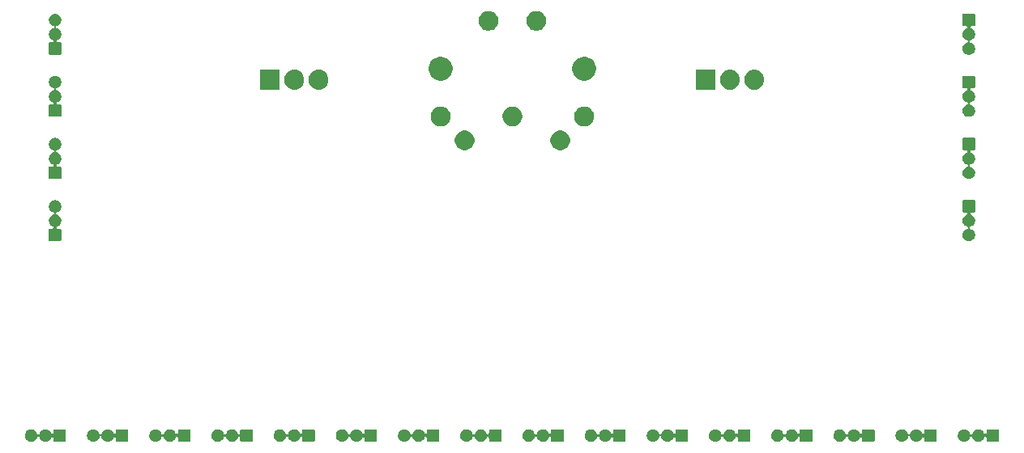
<source format=gbs>
G04 #@! TF.GenerationSoftware,KiCad,Pcbnew,(5.1.6-0-10_14)*
G04 #@! TF.CreationDate,2020-08-03T23:57:47+09:00*
G04 #@! TF.ProjectId,teabiscuits_power,74656162-6973-4637-9569-74735f706f77,rev?*
G04 #@! TF.SameCoordinates,Original*
G04 #@! TF.FileFunction,Soldermask,Bot*
G04 #@! TF.FilePolarity,Negative*
%FSLAX46Y46*%
G04 Gerber Fmt 4.6, Leading zero omitted, Abs format (unit mm)*
G04 Created by KiCad (PCBNEW (5.1.6-0-10_14)) date 2020-08-03 23:57:47*
%MOMM*%
%LPD*%
G01*
G04 APERTURE LIST*
%ADD10C,0.100000*%
G04 APERTURE END LIST*
D10*
G36*
X107439890Y-112124017D02*
G01*
X107533769Y-112162903D01*
X107558364Y-112173091D01*
X107664988Y-112244335D01*
X107755665Y-112335012D01*
X107826909Y-112441636D01*
X107875315Y-112558497D01*
X107875983Y-112560111D01*
X107877403Y-112567249D01*
X107884516Y-112590698D01*
X107896067Y-112612309D01*
X107911612Y-112631251D01*
X107930554Y-112646797D01*
X107952164Y-112658348D01*
X107975613Y-112665461D01*
X107999999Y-112667863D01*
X108024385Y-112665461D01*
X108047834Y-112658348D01*
X108069445Y-112646797D01*
X108088387Y-112631252D01*
X108103933Y-112612310D01*
X108115484Y-112590700D01*
X108122597Y-112567249D01*
X108124017Y-112560111D01*
X108124686Y-112558497D01*
X108173091Y-112441636D01*
X108244335Y-112335012D01*
X108335012Y-112244335D01*
X108441636Y-112173091D01*
X108466232Y-112162903D01*
X108560110Y-112124017D01*
X108685881Y-112099000D01*
X108814119Y-112099000D01*
X108939890Y-112124017D01*
X109033769Y-112162903D01*
X109058364Y-112173091D01*
X109111035Y-112208285D01*
X109164988Y-112244335D01*
X109255665Y-112335012D01*
X109326910Y-112441638D01*
X109358517Y-112517944D01*
X109370068Y-112539555D01*
X109385613Y-112558497D01*
X109404555Y-112574042D01*
X109426166Y-112585593D01*
X109449615Y-112592706D01*
X109474001Y-112595108D01*
X109498387Y-112592706D01*
X109521836Y-112585593D01*
X109543447Y-112574042D01*
X109562389Y-112558497D01*
X109577934Y-112539555D01*
X109589485Y-112517944D01*
X109596598Y-112494495D01*
X109599000Y-112470109D01*
X109599000Y-112208285D01*
X109601575Y-112182138D01*
X109607410Y-112162903D01*
X109616884Y-112145178D01*
X109629638Y-112129638D01*
X109645178Y-112116884D01*
X109662903Y-112107410D01*
X109682138Y-112101575D01*
X109708285Y-112099000D01*
X110791715Y-112099000D01*
X110817862Y-112101575D01*
X110837097Y-112107410D01*
X110854822Y-112116884D01*
X110870362Y-112129638D01*
X110883116Y-112145178D01*
X110892590Y-112162903D01*
X110898425Y-112182138D01*
X110901000Y-112208285D01*
X110901000Y-113291715D01*
X110898425Y-113317862D01*
X110892590Y-113337097D01*
X110883116Y-113354822D01*
X110870362Y-113370362D01*
X110854822Y-113383116D01*
X110837097Y-113392590D01*
X110817862Y-113398425D01*
X110791715Y-113401000D01*
X109708285Y-113401000D01*
X109682138Y-113398425D01*
X109662903Y-113392590D01*
X109645178Y-113383116D01*
X109629638Y-113370362D01*
X109616884Y-113354822D01*
X109607410Y-113337097D01*
X109601575Y-113317862D01*
X109599000Y-113291715D01*
X109599000Y-113029891D01*
X109596598Y-113005505D01*
X109589485Y-112982056D01*
X109577934Y-112960445D01*
X109562389Y-112941503D01*
X109543447Y-112925958D01*
X109521836Y-112914407D01*
X109498387Y-112907294D01*
X109474001Y-112904892D01*
X109449615Y-112907294D01*
X109426166Y-112914407D01*
X109404555Y-112925958D01*
X109385613Y-112941503D01*
X109370068Y-112960445D01*
X109358517Y-112982055D01*
X109326909Y-113058364D01*
X109255665Y-113164988D01*
X109164988Y-113255665D01*
X109058364Y-113326909D01*
X109058363Y-113326910D01*
X109058362Y-113326910D01*
X108939890Y-113375983D01*
X108814119Y-113401000D01*
X108685881Y-113401000D01*
X108560110Y-113375983D01*
X108441638Y-113326910D01*
X108441637Y-113326910D01*
X108441636Y-113326909D01*
X108335012Y-113255665D01*
X108244335Y-113164988D01*
X108173091Y-113058364D01*
X108124017Y-112939890D01*
X108122597Y-112932751D01*
X108115484Y-112909302D01*
X108103933Y-112887691D01*
X108088388Y-112868749D01*
X108069446Y-112853203D01*
X108047836Y-112841652D01*
X108024387Y-112834539D01*
X108000001Y-112832137D01*
X107975615Y-112834539D01*
X107952166Y-112841652D01*
X107930555Y-112853203D01*
X107911613Y-112868748D01*
X107896067Y-112887690D01*
X107884516Y-112909300D01*
X107877403Y-112932751D01*
X107875983Y-112939890D01*
X107826909Y-113058364D01*
X107755665Y-113164988D01*
X107664988Y-113255665D01*
X107558364Y-113326909D01*
X107558363Y-113326910D01*
X107558362Y-113326910D01*
X107439890Y-113375983D01*
X107314119Y-113401000D01*
X107185881Y-113401000D01*
X107060110Y-113375983D01*
X106941638Y-113326910D01*
X106941637Y-113326910D01*
X106941636Y-113326909D01*
X106835012Y-113255665D01*
X106744335Y-113164988D01*
X106673091Y-113058364D01*
X106624017Y-112939890D01*
X106613634Y-112887690D01*
X106599000Y-112814119D01*
X106599000Y-112685881D01*
X106624017Y-112560110D01*
X106673090Y-112441638D01*
X106744335Y-112335012D01*
X106835012Y-112244335D01*
X106888965Y-112208285D01*
X106941636Y-112173091D01*
X106966232Y-112162903D01*
X107060110Y-112124017D01*
X107185881Y-112099000D01*
X107314119Y-112099000D01*
X107439890Y-112124017D01*
G37*
G36*
X100939890Y-112124017D02*
G01*
X101033769Y-112162903D01*
X101058364Y-112173091D01*
X101164988Y-112244335D01*
X101255665Y-112335012D01*
X101326909Y-112441636D01*
X101375315Y-112558497D01*
X101375983Y-112560111D01*
X101377403Y-112567249D01*
X101384516Y-112590698D01*
X101396067Y-112612309D01*
X101411612Y-112631251D01*
X101430554Y-112646797D01*
X101452164Y-112658348D01*
X101475613Y-112665461D01*
X101499999Y-112667863D01*
X101524385Y-112665461D01*
X101547834Y-112658348D01*
X101569445Y-112646797D01*
X101588387Y-112631252D01*
X101603933Y-112612310D01*
X101615484Y-112590700D01*
X101622597Y-112567249D01*
X101624017Y-112560111D01*
X101624686Y-112558497D01*
X101673091Y-112441636D01*
X101744335Y-112335012D01*
X101835012Y-112244335D01*
X101941636Y-112173091D01*
X101966232Y-112162903D01*
X102060110Y-112124017D01*
X102185881Y-112099000D01*
X102314119Y-112099000D01*
X102439890Y-112124017D01*
X102533769Y-112162903D01*
X102558364Y-112173091D01*
X102611035Y-112208285D01*
X102664988Y-112244335D01*
X102755665Y-112335012D01*
X102826910Y-112441638D01*
X102858517Y-112517944D01*
X102870068Y-112539555D01*
X102885613Y-112558497D01*
X102904555Y-112574042D01*
X102926166Y-112585593D01*
X102949615Y-112592706D01*
X102974001Y-112595108D01*
X102998387Y-112592706D01*
X103021836Y-112585593D01*
X103043447Y-112574042D01*
X103062389Y-112558497D01*
X103077934Y-112539555D01*
X103089485Y-112517944D01*
X103096598Y-112494495D01*
X103099000Y-112470109D01*
X103099000Y-112208285D01*
X103101575Y-112182138D01*
X103107410Y-112162903D01*
X103116884Y-112145178D01*
X103129638Y-112129638D01*
X103145178Y-112116884D01*
X103162903Y-112107410D01*
X103182138Y-112101575D01*
X103208285Y-112099000D01*
X104291715Y-112099000D01*
X104317862Y-112101575D01*
X104337097Y-112107410D01*
X104354822Y-112116884D01*
X104370362Y-112129638D01*
X104383116Y-112145178D01*
X104392590Y-112162903D01*
X104398425Y-112182138D01*
X104401000Y-112208285D01*
X104401000Y-113291715D01*
X104398425Y-113317862D01*
X104392590Y-113337097D01*
X104383116Y-113354822D01*
X104370362Y-113370362D01*
X104354822Y-113383116D01*
X104337097Y-113392590D01*
X104317862Y-113398425D01*
X104291715Y-113401000D01*
X103208285Y-113401000D01*
X103182138Y-113398425D01*
X103162903Y-113392590D01*
X103145178Y-113383116D01*
X103129638Y-113370362D01*
X103116884Y-113354822D01*
X103107410Y-113337097D01*
X103101575Y-113317862D01*
X103099000Y-113291715D01*
X103099000Y-113029891D01*
X103096598Y-113005505D01*
X103089485Y-112982056D01*
X103077934Y-112960445D01*
X103062389Y-112941503D01*
X103043447Y-112925958D01*
X103021836Y-112914407D01*
X102998387Y-112907294D01*
X102974001Y-112904892D01*
X102949615Y-112907294D01*
X102926166Y-112914407D01*
X102904555Y-112925958D01*
X102885613Y-112941503D01*
X102870068Y-112960445D01*
X102858517Y-112982055D01*
X102826909Y-113058364D01*
X102755665Y-113164988D01*
X102664988Y-113255665D01*
X102558364Y-113326909D01*
X102558363Y-113326910D01*
X102558362Y-113326910D01*
X102439890Y-113375983D01*
X102314119Y-113401000D01*
X102185881Y-113401000D01*
X102060110Y-113375983D01*
X101941638Y-113326910D01*
X101941637Y-113326910D01*
X101941636Y-113326909D01*
X101835012Y-113255665D01*
X101744335Y-113164988D01*
X101673091Y-113058364D01*
X101624017Y-112939890D01*
X101622597Y-112932751D01*
X101615484Y-112909302D01*
X101603933Y-112887691D01*
X101588388Y-112868749D01*
X101569446Y-112853203D01*
X101547836Y-112841652D01*
X101524387Y-112834539D01*
X101500001Y-112832137D01*
X101475615Y-112834539D01*
X101452166Y-112841652D01*
X101430555Y-112853203D01*
X101411613Y-112868748D01*
X101396067Y-112887690D01*
X101384516Y-112909300D01*
X101377403Y-112932751D01*
X101375983Y-112939890D01*
X101326909Y-113058364D01*
X101255665Y-113164988D01*
X101164988Y-113255665D01*
X101058364Y-113326909D01*
X101058363Y-113326910D01*
X101058362Y-113326910D01*
X100939890Y-113375983D01*
X100814119Y-113401000D01*
X100685881Y-113401000D01*
X100560110Y-113375983D01*
X100441638Y-113326910D01*
X100441637Y-113326910D01*
X100441636Y-113326909D01*
X100335012Y-113255665D01*
X100244335Y-113164988D01*
X100173091Y-113058364D01*
X100124017Y-112939890D01*
X100113634Y-112887690D01*
X100099000Y-112814119D01*
X100099000Y-112685881D01*
X100124017Y-112560110D01*
X100173090Y-112441638D01*
X100244335Y-112335012D01*
X100335012Y-112244335D01*
X100388965Y-112208285D01*
X100441636Y-112173091D01*
X100466232Y-112162903D01*
X100560110Y-112124017D01*
X100685881Y-112099000D01*
X100814119Y-112099000D01*
X100939890Y-112124017D01*
G37*
G36*
X198439890Y-112124017D02*
G01*
X198533769Y-112162903D01*
X198558364Y-112173091D01*
X198664988Y-112244335D01*
X198755665Y-112335012D01*
X198826909Y-112441636D01*
X198875315Y-112558497D01*
X198875983Y-112560111D01*
X198877403Y-112567249D01*
X198884516Y-112590698D01*
X198896067Y-112612309D01*
X198911612Y-112631251D01*
X198930554Y-112646797D01*
X198952164Y-112658348D01*
X198975613Y-112665461D01*
X198999999Y-112667863D01*
X199024385Y-112665461D01*
X199047834Y-112658348D01*
X199069445Y-112646797D01*
X199088387Y-112631252D01*
X199103933Y-112612310D01*
X199115484Y-112590700D01*
X199122597Y-112567249D01*
X199124017Y-112560111D01*
X199124686Y-112558497D01*
X199173091Y-112441636D01*
X199244335Y-112335012D01*
X199335012Y-112244335D01*
X199441636Y-112173091D01*
X199466232Y-112162903D01*
X199560110Y-112124017D01*
X199685881Y-112099000D01*
X199814119Y-112099000D01*
X199939890Y-112124017D01*
X200033769Y-112162903D01*
X200058364Y-112173091D01*
X200111035Y-112208285D01*
X200164988Y-112244335D01*
X200255665Y-112335012D01*
X200326910Y-112441638D01*
X200358517Y-112517944D01*
X200370068Y-112539555D01*
X200385613Y-112558497D01*
X200404555Y-112574042D01*
X200426166Y-112585593D01*
X200449615Y-112592706D01*
X200474001Y-112595108D01*
X200498387Y-112592706D01*
X200521836Y-112585593D01*
X200543447Y-112574042D01*
X200562389Y-112558497D01*
X200577934Y-112539555D01*
X200589485Y-112517944D01*
X200596598Y-112494495D01*
X200599000Y-112470109D01*
X200599000Y-112208285D01*
X200601575Y-112182138D01*
X200607410Y-112162903D01*
X200616884Y-112145178D01*
X200629638Y-112129638D01*
X200645178Y-112116884D01*
X200662903Y-112107410D01*
X200682138Y-112101575D01*
X200708285Y-112099000D01*
X201791715Y-112099000D01*
X201817862Y-112101575D01*
X201837097Y-112107410D01*
X201854822Y-112116884D01*
X201870362Y-112129638D01*
X201883116Y-112145178D01*
X201892590Y-112162903D01*
X201898425Y-112182138D01*
X201901000Y-112208285D01*
X201901000Y-113291715D01*
X201898425Y-113317862D01*
X201892590Y-113337097D01*
X201883116Y-113354822D01*
X201870362Y-113370362D01*
X201854822Y-113383116D01*
X201837097Y-113392590D01*
X201817862Y-113398425D01*
X201791715Y-113401000D01*
X200708285Y-113401000D01*
X200682138Y-113398425D01*
X200662903Y-113392590D01*
X200645178Y-113383116D01*
X200629638Y-113370362D01*
X200616884Y-113354822D01*
X200607410Y-113337097D01*
X200601575Y-113317862D01*
X200599000Y-113291715D01*
X200599000Y-113029891D01*
X200596598Y-113005505D01*
X200589485Y-112982056D01*
X200577934Y-112960445D01*
X200562389Y-112941503D01*
X200543447Y-112925958D01*
X200521836Y-112914407D01*
X200498387Y-112907294D01*
X200474001Y-112904892D01*
X200449615Y-112907294D01*
X200426166Y-112914407D01*
X200404555Y-112925958D01*
X200385613Y-112941503D01*
X200370068Y-112960445D01*
X200358517Y-112982055D01*
X200326909Y-113058364D01*
X200255665Y-113164988D01*
X200164988Y-113255665D01*
X200058364Y-113326909D01*
X200058363Y-113326910D01*
X200058362Y-113326910D01*
X199939890Y-113375983D01*
X199814119Y-113401000D01*
X199685881Y-113401000D01*
X199560110Y-113375983D01*
X199441638Y-113326910D01*
X199441637Y-113326910D01*
X199441636Y-113326909D01*
X199335012Y-113255665D01*
X199244335Y-113164988D01*
X199173091Y-113058364D01*
X199124017Y-112939890D01*
X199122597Y-112932751D01*
X199115484Y-112909302D01*
X199103933Y-112887691D01*
X199088388Y-112868749D01*
X199069446Y-112853203D01*
X199047836Y-112841652D01*
X199024387Y-112834539D01*
X199000001Y-112832137D01*
X198975615Y-112834539D01*
X198952166Y-112841652D01*
X198930555Y-112853203D01*
X198911613Y-112868748D01*
X198896067Y-112887690D01*
X198884516Y-112909300D01*
X198877403Y-112932751D01*
X198875983Y-112939890D01*
X198826909Y-113058364D01*
X198755665Y-113164988D01*
X198664988Y-113255665D01*
X198558364Y-113326909D01*
X198558363Y-113326910D01*
X198558362Y-113326910D01*
X198439890Y-113375983D01*
X198314119Y-113401000D01*
X198185881Y-113401000D01*
X198060110Y-113375983D01*
X197941638Y-113326910D01*
X197941637Y-113326910D01*
X197941636Y-113326909D01*
X197835012Y-113255665D01*
X197744335Y-113164988D01*
X197673091Y-113058364D01*
X197624017Y-112939890D01*
X197613634Y-112887690D01*
X197599000Y-112814119D01*
X197599000Y-112685881D01*
X197624017Y-112560110D01*
X197673090Y-112441638D01*
X197744335Y-112335012D01*
X197835012Y-112244335D01*
X197888965Y-112208285D01*
X197941636Y-112173091D01*
X197966232Y-112162903D01*
X198060110Y-112124017D01*
X198185881Y-112099000D01*
X198314119Y-112099000D01*
X198439890Y-112124017D01*
G37*
G36*
X113939890Y-112124017D02*
G01*
X114033769Y-112162903D01*
X114058364Y-112173091D01*
X114164988Y-112244335D01*
X114255665Y-112335012D01*
X114326909Y-112441636D01*
X114375315Y-112558497D01*
X114375983Y-112560111D01*
X114377403Y-112567249D01*
X114384516Y-112590698D01*
X114396067Y-112612309D01*
X114411612Y-112631251D01*
X114430554Y-112646797D01*
X114452164Y-112658348D01*
X114475613Y-112665461D01*
X114499999Y-112667863D01*
X114524385Y-112665461D01*
X114547834Y-112658348D01*
X114569445Y-112646797D01*
X114588387Y-112631252D01*
X114603933Y-112612310D01*
X114615484Y-112590700D01*
X114622597Y-112567249D01*
X114624017Y-112560111D01*
X114624686Y-112558497D01*
X114673091Y-112441636D01*
X114744335Y-112335012D01*
X114835012Y-112244335D01*
X114941636Y-112173091D01*
X114966232Y-112162903D01*
X115060110Y-112124017D01*
X115185881Y-112099000D01*
X115314119Y-112099000D01*
X115439890Y-112124017D01*
X115533769Y-112162903D01*
X115558364Y-112173091D01*
X115611035Y-112208285D01*
X115664988Y-112244335D01*
X115755665Y-112335012D01*
X115826910Y-112441638D01*
X115858517Y-112517944D01*
X115870068Y-112539555D01*
X115885613Y-112558497D01*
X115904555Y-112574042D01*
X115926166Y-112585593D01*
X115949615Y-112592706D01*
X115974001Y-112595108D01*
X115998387Y-112592706D01*
X116021836Y-112585593D01*
X116043447Y-112574042D01*
X116062389Y-112558497D01*
X116077934Y-112539555D01*
X116089485Y-112517944D01*
X116096598Y-112494495D01*
X116099000Y-112470109D01*
X116099000Y-112208285D01*
X116101575Y-112182138D01*
X116107410Y-112162903D01*
X116116884Y-112145178D01*
X116129638Y-112129638D01*
X116145178Y-112116884D01*
X116162903Y-112107410D01*
X116182138Y-112101575D01*
X116208285Y-112099000D01*
X117291715Y-112099000D01*
X117317862Y-112101575D01*
X117337097Y-112107410D01*
X117354822Y-112116884D01*
X117370362Y-112129638D01*
X117383116Y-112145178D01*
X117392590Y-112162903D01*
X117398425Y-112182138D01*
X117401000Y-112208285D01*
X117401000Y-113291715D01*
X117398425Y-113317862D01*
X117392590Y-113337097D01*
X117383116Y-113354822D01*
X117370362Y-113370362D01*
X117354822Y-113383116D01*
X117337097Y-113392590D01*
X117317862Y-113398425D01*
X117291715Y-113401000D01*
X116208285Y-113401000D01*
X116182138Y-113398425D01*
X116162903Y-113392590D01*
X116145178Y-113383116D01*
X116129638Y-113370362D01*
X116116884Y-113354822D01*
X116107410Y-113337097D01*
X116101575Y-113317862D01*
X116099000Y-113291715D01*
X116099000Y-113029891D01*
X116096598Y-113005505D01*
X116089485Y-112982056D01*
X116077934Y-112960445D01*
X116062389Y-112941503D01*
X116043447Y-112925958D01*
X116021836Y-112914407D01*
X115998387Y-112907294D01*
X115974001Y-112904892D01*
X115949615Y-112907294D01*
X115926166Y-112914407D01*
X115904555Y-112925958D01*
X115885613Y-112941503D01*
X115870068Y-112960445D01*
X115858517Y-112982055D01*
X115826909Y-113058364D01*
X115755665Y-113164988D01*
X115664988Y-113255665D01*
X115558364Y-113326909D01*
X115558363Y-113326910D01*
X115558362Y-113326910D01*
X115439890Y-113375983D01*
X115314119Y-113401000D01*
X115185881Y-113401000D01*
X115060110Y-113375983D01*
X114941638Y-113326910D01*
X114941637Y-113326910D01*
X114941636Y-113326909D01*
X114835012Y-113255665D01*
X114744335Y-113164988D01*
X114673091Y-113058364D01*
X114624017Y-112939890D01*
X114622597Y-112932751D01*
X114615484Y-112909302D01*
X114603933Y-112887691D01*
X114588388Y-112868749D01*
X114569446Y-112853203D01*
X114547836Y-112841652D01*
X114524387Y-112834539D01*
X114500001Y-112832137D01*
X114475615Y-112834539D01*
X114452166Y-112841652D01*
X114430555Y-112853203D01*
X114411613Y-112868748D01*
X114396067Y-112887690D01*
X114384516Y-112909300D01*
X114377403Y-112932751D01*
X114375983Y-112939890D01*
X114326909Y-113058364D01*
X114255665Y-113164988D01*
X114164988Y-113255665D01*
X114058364Y-113326909D01*
X114058363Y-113326910D01*
X114058362Y-113326910D01*
X113939890Y-113375983D01*
X113814119Y-113401000D01*
X113685881Y-113401000D01*
X113560110Y-113375983D01*
X113441638Y-113326910D01*
X113441637Y-113326910D01*
X113441636Y-113326909D01*
X113335012Y-113255665D01*
X113244335Y-113164988D01*
X113173091Y-113058364D01*
X113124017Y-112939890D01*
X113113634Y-112887690D01*
X113099000Y-112814119D01*
X113099000Y-112685881D01*
X113124017Y-112560110D01*
X113173090Y-112441638D01*
X113244335Y-112335012D01*
X113335012Y-112244335D01*
X113388965Y-112208285D01*
X113441636Y-112173091D01*
X113466232Y-112162903D01*
X113560110Y-112124017D01*
X113685881Y-112099000D01*
X113814119Y-112099000D01*
X113939890Y-112124017D01*
G37*
G36*
X172439890Y-112124017D02*
G01*
X172533769Y-112162903D01*
X172558364Y-112173091D01*
X172664988Y-112244335D01*
X172755665Y-112335012D01*
X172826909Y-112441636D01*
X172875315Y-112558497D01*
X172875983Y-112560111D01*
X172877403Y-112567249D01*
X172884516Y-112590698D01*
X172896067Y-112612309D01*
X172911612Y-112631251D01*
X172930554Y-112646797D01*
X172952164Y-112658348D01*
X172975613Y-112665461D01*
X172999999Y-112667863D01*
X173024385Y-112665461D01*
X173047834Y-112658348D01*
X173069445Y-112646797D01*
X173088387Y-112631252D01*
X173103933Y-112612310D01*
X173115484Y-112590700D01*
X173122597Y-112567249D01*
X173124017Y-112560111D01*
X173124686Y-112558497D01*
X173173091Y-112441636D01*
X173244335Y-112335012D01*
X173335012Y-112244335D01*
X173441636Y-112173091D01*
X173466232Y-112162903D01*
X173560110Y-112124017D01*
X173685881Y-112099000D01*
X173814119Y-112099000D01*
X173939890Y-112124017D01*
X174033769Y-112162903D01*
X174058364Y-112173091D01*
X174111035Y-112208285D01*
X174164988Y-112244335D01*
X174255665Y-112335012D01*
X174326910Y-112441638D01*
X174358517Y-112517944D01*
X174370068Y-112539555D01*
X174385613Y-112558497D01*
X174404555Y-112574042D01*
X174426166Y-112585593D01*
X174449615Y-112592706D01*
X174474001Y-112595108D01*
X174498387Y-112592706D01*
X174521836Y-112585593D01*
X174543447Y-112574042D01*
X174562389Y-112558497D01*
X174577934Y-112539555D01*
X174589485Y-112517944D01*
X174596598Y-112494495D01*
X174599000Y-112470109D01*
X174599000Y-112208285D01*
X174601575Y-112182138D01*
X174607410Y-112162903D01*
X174616884Y-112145178D01*
X174629638Y-112129638D01*
X174645178Y-112116884D01*
X174662903Y-112107410D01*
X174682138Y-112101575D01*
X174708285Y-112099000D01*
X175791715Y-112099000D01*
X175817862Y-112101575D01*
X175837097Y-112107410D01*
X175854822Y-112116884D01*
X175870362Y-112129638D01*
X175883116Y-112145178D01*
X175892590Y-112162903D01*
X175898425Y-112182138D01*
X175901000Y-112208285D01*
X175901000Y-113291715D01*
X175898425Y-113317862D01*
X175892590Y-113337097D01*
X175883116Y-113354822D01*
X175870362Y-113370362D01*
X175854822Y-113383116D01*
X175837097Y-113392590D01*
X175817862Y-113398425D01*
X175791715Y-113401000D01*
X174708285Y-113401000D01*
X174682138Y-113398425D01*
X174662903Y-113392590D01*
X174645178Y-113383116D01*
X174629638Y-113370362D01*
X174616884Y-113354822D01*
X174607410Y-113337097D01*
X174601575Y-113317862D01*
X174599000Y-113291715D01*
X174599000Y-113029891D01*
X174596598Y-113005505D01*
X174589485Y-112982056D01*
X174577934Y-112960445D01*
X174562389Y-112941503D01*
X174543447Y-112925958D01*
X174521836Y-112914407D01*
X174498387Y-112907294D01*
X174474001Y-112904892D01*
X174449615Y-112907294D01*
X174426166Y-112914407D01*
X174404555Y-112925958D01*
X174385613Y-112941503D01*
X174370068Y-112960445D01*
X174358517Y-112982055D01*
X174326909Y-113058364D01*
X174255665Y-113164988D01*
X174164988Y-113255665D01*
X174058364Y-113326909D01*
X174058363Y-113326910D01*
X174058362Y-113326910D01*
X173939890Y-113375983D01*
X173814119Y-113401000D01*
X173685881Y-113401000D01*
X173560110Y-113375983D01*
X173441638Y-113326910D01*
X173441637Y-113326910D01*
X173441636Y-113326909D01*
X173335012Y-113255665D01*
X173244335Y-113164988D01*
X173173091Y-113058364D01*
X173124017Y-112939890D01*
X173122597Y-112932751D01*
X173115484Y-112909302D01*
X173103933Y-112887691D01*
X173088388Y-112868749D01*
X173069446Y-112853203D01*
X173047836Y-112841652D01*
X173024387Y-112834539D01*
X173000001Y-112832137D01*
X172975615Y-112834539D01*
X172952166Y-112841652D01*
X172930555Y-112853203D01*
X172911613Y-112868748D01*
X172896067Y-112887690D01*
X172884516Y-112909300D01*
X172877403Y-112932751D01*
X172875983Y-112939890D01*
X172826909Y-113058364D01*
X172755665Y-113164988D01*
X172664988Y-113255665D01*
X172558364Y-113326909D01*
X172558363Y-113326910D01*
X172558362Y-113326910D01*
X172439890Y-113375983D01*
X172314119Y-113401000D01*
X172185881Y-113401000D01*
X172060110Y-113375983D01*
X171941638Y-113326910D01*
X171941637Y-113326910D01*
X171941636Y-113326909D01*
X171835012Y-113255665D01*
X171744335Y-113164988D01*
X171673091Y-113058364D01*
X171624017Y-112939890D01*
X171613634Y-112887690D01*
X171599000Y-112814119D01*
X171599000Y-112685881D01*
X171624017Y-112560110D01*
X171673090Y-112441638D01*
X171744335Y-112335012D01*
X171835012Y-112244335D01*
X171888965Y-112208285D01*
X171941636Y-112173091D01*
X171966232Y-112162903D01*
X172060110Y-112124017D01*
X172185881Y-112099000D01*
X172314119Y-112099000D01*
X172439890Y-112124017D01*
G37*
G36*
X191939890Y-112124017D02*
G01*
X192033769Y-112162903D01*
X192058364Y-112173091D01*
X192164988Y-112244335D01*
X192255665Y-112335012D01*
X192326909Y-112441636D01*
X192375315Y-112558497D01*
X192375983Y-112560111D01*
X192377403Y-112567249D01*
X192384516Y-112590698D01*
X192396067Y-112612309D01*
X192411612Y-112631251D01*
X192430554Y-112646797D01*
X192452164Y-112658348D01*
X192475613Y-112665461D01*
X192499999Y-112667863D01*
X192524385Y-112665461D01*
X192547834Y-112658348D01*
X192569445Y-112646797D01*
X192588387Y-112631252D01*
X192603933Y-112612310D01*
X192615484Y-112590700D01*
X192622597Y-112567249D01*
X192624017Y-112560111D01*
X192624686Y-112558497D01*
X192673091Y-112441636D01*
X192744335Y-112335012D01*
X192835012Y-112244335D01*
X192941636Y-112173091D01*
X192966232Y-112162903D01*
X193060110Y-112124017D01*
X193185881Y-112099000D01*
X193314119Y-112099000D01*
X193439890Y-112124017D01*
X193533769Y-112162903D01*
X193558364Y-112173091D01*
X193611035Y-112208285D01*
X193664988Y-112244335D01*
X193755665Y-112335012D01*
X193826910Y-112441638D01*
X193858517Y-112517944D01*
X193870068Y-112539555D01*
X193885613Y-112558497D01*
X193904555Y-112574042D01*
X193926166Y-112585593D01*
X193949615Y-112592706D01*
X193974001Y-112595108D01*
X193998387Y-112592706D01*
X194021836Y-112585593D01*
X194043447Y-112574042D01*
X194062389Y-112558497D01*
X194077934Y-112539555D01*
X194089485Y-112517944D01*
X194096598Y-112494495D01*
X194099000Y-112470109D01*
X194099000Y-112208285D01*
X194101575Y-112182138D01*
X194107410Y-112162903D01*
X194116884Y-112145178D01*
X194129638Y-112129638D01*
X194145178Y-112116884D01*
X194162903Y-112107410D01*
X194182138Y-112101575D01*
X194208285Y-112099000D01*
X195291715Y-112099000D01*
X195317862Y-112101575D01*
X195337097Y-112107410D01*
X195354822Y-112116884D01*
X195370362Y-112129638D01*
X195383116Y-112145178D01*
X195392590Y-112162903D01*
X195398425Y-112182138D01*
X195401000Y-112208285D01*
X195401000Y-113291715D01*
X195398425Y-113317862D01*
X195392590Y-113337097D01*
X195383116Y-113354822D01*
X195370362Y-113370362D01*
X195354822Y-113383116D01*
X195337097Y-113392590D01*
X195317862Y-113398425D01*
X195291715Y-113401000D01*
X194208285Y-113401000D01*
X194182138Y-113398425D01*
X194162903Y-113392590D01*
X194145178Y-113383116D01*
X194129638Y-113370362D01*
X194116884Y-113354822D01*
X194107410Y-113337097D01*
X194101575Y-113317862D01*
X194099000Y-113291715D01*
X194099000Y-113029891D01*
X194096598Y-113005505D01*
X194089485Y-112982056D01*
X194077934Y-112960445D01*
X194062389Y-112941503D01*
X194043447Y-112925958D01*
X194021836Y-112914407D01*
X193998387Y-112907294D01*
X193974001Y-112904892D01*
X193949615Y-112907294D01*
X193926166Y-112914407D01*
X193904555Y-112925958D01*
X193885613Y-112941503D01*
X193870068Y-112960445D01*
X193858517Y-112982055D01*
X193826909Y-113058364D01*
X193755665Y-113164988D01*
X193664988Y-113255665D01*
X193558364Y-113326909D01*
X193558363Y-113326910D01*
X193558362Y-113326910D01*
X193439890Y-113375983D01*
X193314119Y-113401000D01*
X193185881Y-113401000D01*
X193060110Y-113375983D01*
X192941638Y-113326910D01*
X192941637Y-113326910D01*
X192941636Y-113326909D01*
X192835012Y-113255665D01*
X192744335Y-113164988D01*
X192673091Y-113058364D01*
X192624017Y-112939890D01*
X192622597Y-112932751D01*
X192615484Y-112909302D01*
X192603933Y-112887691D01*
X192588388Y-112868749D01*
X192569446Y-112853203D01*
X192547836Y-112841652D01*
X192524387Y-112834539D01*
X192500001Y-112832137D01*
X192475615Y-112834539D01*
X192452166Y-112841652D01*
X192430555Y-112853203D01*
X192411613Y-112868748D01*
X192396067Y-112887690D01*
X192384516Y-112909300D01*
X192377403Y-112932751D01*
X192375983Y-112939890D01*
X192326909Y-113058364D01*
X192255665Y-113164988D01*
X192164988Y-113255665D01*
X192058364Y-113326909D01*
X192058363Y-113326910D01*
X192058362Y-113326910D01*
X191939890Y-113375983D01*
X191814119Y-113401000D01*
X191685881Y-113401000D01*
X191560110Y-113375983D01*
X191441638Y-113326910D01*
X191441637Y-113326910D01*
X191441636Y-113326909D01*
X191335012Y-113255665D01*
X191244335Y-113164988D01*
X191173091Y-113058364D01*
X191124017Y-112939890D01*
X191113634Y-112887690D01*
X191099000Y-112814119D01*
X191099000Y-112685881D01*
X191124017Y-112560110D01*
X191173090Y-112441638D01*
X191244335Y-112335012D01*
X191335012Y-112244335D01*
X191388965Y-112208285D01*
X191441636Y-112173091D01*
X191466232Y-112162903D01*
X191560110Y-112124017D01*
X191685881Y-112099000D01*
X191814119Y-112099000D01*
X191939890Y-112124017D01*
G37*
G36*
X120439890Y-112124017D02*
G01*
X120533769Y-112162903D01*
X120558364Y-112173091D01*
X120664988Y-112244335D01*
X120755665Y-112335012D01*
X120826909Y-112441636D01*
X120875315Y-112558497D01*
X120875983Y-112560111D01*
X120877403Y-112567249D01*
X120884516Y-112590698D01*
X120896067Y-112612309D01*
X120911612Y-112631251D01*
X120930554Y-112646797D01*
X120952164Y-112658348D01*
X120975613Y-112665461D01*
X120999999Y-112667863D01*
X121024385Y-112665461D01*
X121047834Y-112658348D01*
X121069445Y-112646797D01*
X121088387Y-112631252D01*
X121103933Y-112612310D01*
X121115484Y-112590700D01*
X121122597Y-112567249D01*
X121124017Y-112560111D01*
X121124686Y-112558497D01*
X121173091Y-112441636D01*
X121244335Y-112335012D01*
X121335012Y-112244335D01*
X121441636Y-112173091D01*
X121466232Y-112162903D01*
X121560110Y-112124017D01*
X121685881Y-112099000D01*
X121814119Y-112099000D01*
X121939890Y-112124017D01*
X122033769Y-112162903D01*
X122058364Y-112173091D01*
X122111035Y-112208285D01*
X122164988Y-112244335D01*
X122255665Y-112335012D01*
X122326910Y-112441638D01*
X122358517Y-112517944D01*
X122370068Y-112539555D01*
X122385613Y-112558497D01*
X122404555Y-112574042D01*
X122426166Y-112585593D01*
X122449615Y-112592706D01*
X122474001Y-112595108D01*
X122498387Y-112592706D01*
X122521836Y-112585593D01*
X122543447Y-112574042D01*
X122562389Y-112558497D01*
X122577934Y-112539555D01*
X122589485Y-112517944D01*
X122596598Y-112494495D01*
X122599000Y-112470109D01*
X122599000Y-112208285D01*
X122601575Y-112182138D01*
X122607410Y-112162903D01*
X122616884Y-112145178D01*
X122629638Y-112129638D01*
X122645178Y-112116884D01*
X122662903Y-112107410D01*
X122682138Y-112101575D01*
X122708285Y-112099000D01*
X123791715Y-112099000D01*
X123817862Y-112101575D01*
X123837097Y-112107410D01*
X123854822Y-112116884D01*
X123870362Y-112129638D01*
X123883116Y-112145178D01*
X123892590Y-112162903D01*
X123898425Y-112182138D01*
X123901000Y-112208285D01*
X123901000Y-113291715D01*
X123898425Y-113317862D01*
X123892590Y-113337097D01*
X123883116Y-113354822D01*
X123870362Y-113370362D01*
X123854822Y-113383116D01*
X123837097Y-113392590D01*
X123817862Y-113398425D01*
X123791715Y-113401000D01*
X122708285Y-113401000D01*
X122682138Y-113398425D01*
X122662903Y-113392590D01*
X122645178Y-113383116D01*
X122629638Y-113370362D01*
X122616884Y-113354822D01*
X122607410Y-113337097D01*
X122601575Y-113317862D01*
X122599000Y-113291715D01*
X122599000Y-113029891D01*
X122596598Y-113005505D01*
X122589485Y-112982056D01*
X122577934Y-112960445D01*
X122562389Y-112941503D01*
X122543447Y-112925958D01*
X122521836Y-112914407D01*
X122498387Y-112907294D01*
X122474001Y-112904892D01*
X122449615Y-112907294D01*
X122426166Y-112914407D01*
X122404555Y-112925958D01*
X122385613Y-112941503D01*
X122370068Y-112960445D01*
X122358517Y-112982055D01*
X122326909Y-113058364D01*
X122255665Y-113164988D01*
X122164988Y-113255665D01*
X122058364Y-113326909D01*
X122058363Y-113326910D01*
X122058362Y-113326910D01*
X121939890Y-113375983D01*
X121814119Y-113401000D01*
X121685881Y-113401000D01*
X121560110Y-113375983D01*
X121441638Y-113326910D01*
X121441637Y-113326910D01*
X121441636Y-113326909D01*
X121335012Y-113255665D01*
X121244335Y-113164988D01*
X121173091Y-113058364D01*
X121124017Y-112939890D01*
X121122597Y-112932751D01*
X121115484Y-112909302D01*
X121103933Y-112887691D01*
X121088388Y-112868749D01*
X121069446Y-112853203D01*
X121047836Y-112841652D01*
X121024387Y-112834539D01*
X121000001Y-112832137D01*
X120975615Y-112834539D01*
X120952166Y-112841652D01*
X120930555Y-112853203D01*
X120911613Y-112868748D01*
X120896067Y-112887690D01*
X120884516Y-112909300D01*
X120877403Y-112932751D01*
X120875983Y-112939890D01*
X120826909Y-113058364D01*
X120755665Y-113164988D01*
X120664988Y-113255665D01*
X120558364Y-113326909D01*
X120558363Y-113326910D01*
X120558362Y-113326910D01*
X120439890Y-113375983D01*
X120314119Y-113401000D01*
X120185881Y-113401000D01*
X120060110Y-113375983D01*
X119941638Y-113326910D01*
X119941637Y-113326910D01*
X119941636Y-113326909D01*
X119835012Y-113255665D01*
X119744335Y-113164988D01*
X119673091Y-113058364D01*
X119624017Y-112939890D01*
X119613634Y-112887690D01*
X119599000Y-112814119D01*
X119599000Y-112685881D01*
X119624017Y-112560110D01*
X119673090Y-112441638D01*
X119744335Y-112335012D01*
X119835012Y-112244335D01*
X119888965Y-112208285D01*
X119941636Y-112173091D01*
X119966232Y-112162903D01*
X120060110Y-112124017D01*
X120185881Y-112099000D01*
X120314119Y-112099000D01*
X120439890Y-112124017D01*
G37*
G36*
X178939890Y-112124017D02*
G01*
X179033769Y-112162903D01*
X179058364Y-112173091D01*
X179164988Y-112244335D01*
X179255665Y-112335012D01*
X179326909Y-112441636D01*
X179375315Y-112558497D01*
X179375983Y-112560111D01*
X179377403Y-112567249D01*
X179384516Y-112590698D01*
X179396067Y-112612309D01*
X179411612Y-112631251D01*
X179430554Y-112646797D01*
X179452164Y-112658348D01*
X179475613Y-112665461D01*
X179499999Y-112667863D01*
X179524385Y-112665461D01*
X179547834Y-112658348D01*
X179569445Y-112646797D01*
X179588387Y-112631252D01*
X179603933Y-112612310D01*
X179615484Y-112590700D01*
X179622597Y-112567249D01*
X179624017Y-112560111D01*
X179624686Y-112558497D01*
X179673091Y-112441636D01*
X179744335Y-112335012D01*
X179835012Y-112244335D01*
X179941636Y-112173091D01*
X179966232Y-112162903D01*
X180060110Y-112124017D01*
X180185881Y-112099000D01*
X180314119Y-112099000D01*
X180439890Y-112124017D01*
X180533769Y-112162903D01*
X180558364Y-112173091D01*
X180611035Y-112208285D01*
X180664988Y-112244335D01*
X180755665Y-112335012D01*
X180826910Y-112441638D01*
X180858517Y-112517944D01*
X180870068Y-112539555D01*
X180885613Y-112558497D01*
X180904555Y-112574042D01*
X180926166Y-112585593D01*
X180949615Y-112592706D01*
X180974001Y-112595108D01*
X180998387Y-112592706D01*
X181021836Y-112585593D01*
X181043447Y-112574042D01*
X181062389Y-112558497D01*
X181077934Y-112539555D01*
X181089485Y-112517944D01*
X181096598Y-112494495D01*
X181099000Y-112470109D01*
X181099000Y-112208285D01*
X181101575Y-112182138D01*
X181107410Y-112162903D01*
X181116884Y-112145178D01*
X181129638Y-112129638D01*
X181145178Y-112116884D01*
X181162903Y-112107410D01*
X181182138Y-112101575D01*
X181208285Y-112099000D01*
X182291715Y-112099000D01*
X182317862Y-112101575D01*
X182337097Y-112107410D01*
X182354822Y-112116884D01*
X182370362Y-112129638D01*
X182383116Y-112145178D01*
X182392590Y-112162903D01*
X182398425Y-112182138D01*
X182401000Y-112208285D01*
X182401000Y-113291715D01*
X182398425Y-113317862D01*
X182392590Y-113337097D01*
X182383116Y-113354822D01*
X182370362Y-113370362D01*
X182354822Y-113383116D01*
X182337097Y-113392590D01*
X182317862Y-113398425D01*
X182291715Y-113401000D01*
X181208285Y-113401000D01*
X181182138Y-113398425D01*
X181162903Y-113392590D01*
X181145178Y-113383116D01*
X181129638Y-113370362D01*
X181116884Y-113354822D01*
X181107410Y-113337097D01*
X181101575Y-113317862D01*
X181099000Y-113291715D01*
X181099000Y-113029891D01*
X181096598Y-113005505D01*
X181089485Y-112982056D01*
X181077934Y-112960445D01*
X181062389Y-112941503D01*
X181043447Y-112925958D01*
X181021836Y-112914407D01*
X180998387Y-112907294D01*
X180974001Y-112904892D01*
X180949615Y-112907294D01*
X180926166Y-112914407D01*
X180904555Y-112925958D01*
X180885613Y-112941503D01*
X180870068Y-112960445D01*
X180858517Y-112982055D01*
X180826909Y-113058364D01*
X180755665Y-113164988D01*
X180664988Y-113255665D01*
X180558364Y-113326909D01*
X180558363Y-113326910D01*
X180558362Y-113326910D01*
X180439890Y-113375983D01*
X180314119Y-113401000D01*
X180185881Y-113401000D01*
X180060110Y-113375983D01*
X179941638Y-113326910D01*
X179941637Y-113326910D01*
X179941636Y-113326909D01*
X179835012Y-113255665D01*
X179744335Y-113164988D01*
X179673091Y-113058364D01*
X179624017Y-112939890D01*
X179622597Y-112932751D01*
X179615484Y-112909302D01*
X179603933Y-112887691D01*
X179588388Y-112868749D01*
X179569446Y-112853203D01*
X179547836Y-112841652D01*
X179524387Y-112834539D01*
X179500001Y-112832137D01*
X179475615Y-112834539D01*
X179452166Y-112841652D01*
X179430555Y-112853203D01*
X179411613Y-112868748D01*
X179396067Y-112887690D01*
X179384516Y-112909300D01*
X179377403Y-112932751D01*
X179375983Y-112939890D01*
X179326909Y-113058364D01*
X179255665Y-113164988D01*
X179164988Y-113255665D01*
X179058364Y-113326909D01*
X179058363Y-113326910D01*
X179058362Y-113326910D01*
X178939890Y-113375983D01*
X178814119Y-113401000D01*
X178685881Y-113401000D01*
X178560110Y-113375983D01*
X178441638Y-113326910D01*
X178441637Y-113326910D01*
X178441636Y-113326909D01*
X178335012Y-113255665D01*
X178244335Y-113164988D01*
X178173091Y-113058364D01*
X178124017Y-112939890D01*
X178113634Y-112887690D01*
X178099000Y-112814119D01*
X178099000Y-112685881D01*
X178124017Y-112560110D01*
X178173090Y-112441638D01*
X178244335Y-112335012D01*
X178335012Y-112244335D01*
X178388965Y-112208285D01*
X178441636Y-112173091D01*
X178466232Y-112162903D01*
X178560110Y-112124017D01*
X178685881Y-112099000D01*
X178814119Y-112099000D01*
X178939890Y-112124017D01*
G37*
G36*
X126939890Y-112124017D02*
G01*
X127033769Y-112162903D01*
X127058364Y-112173091D01*
X127164988Y-112244335D01*
X127255665Y-112335012D01*
X127326909Y-112441636D01*
X127375315Y-112558497D01*
X127375983Y-112560111D01*
X127377403Y-112567249D01*
X127384516Y-112590698D01*
X127396067Y-112612309D01*
X127411612Y-112631251D01*
X127430554Y-112646797D01*
X127452164Y-112658348D01*
X127475613Y-112665461D01*
X127499999Y-112667863D01*
X127524385Y-112665461D01*
X127547834Y-112658348D01*
X127569445Y-112646797D01*
X127588387Y-112631252D01*
X127603933Y-112612310D01*
X127615484Y-112590700D01*
X127622597Y-112567249D01*
X127624017Y-112560111D01*
X127624686Y-112558497D01*
X127673091Y-112441636D01*
X127744335Y-112335012D01*
X127835012Y-112244335D01*
X127941636Y-112173091D01*
X127966232Y-112162903D01*
X128060110Y-112124017D01*
X128185881Y-112099000D01*
X128314119Y-112099000D01*
X128439890Y-112124017D01*
X128533769Y-112162903D01*
X128558364Y-112173091D01*
X128611035Y-112208285D01*
X128664988Y-112244335D01*
X128755665Y-112335012D01*
X128826910Y-112441638D01*
X128858517Y-112517944D01*
X128870068Y-112539555D01*
X128885613Y-112558497D01*
X128904555Y-112574042D01*
X128926166Y-112585593D01*
X128949615Y-112592706D01*
X128974001Y-112595108D01*
X128998387Y-112592706D01*
X129021836Y-112585593D01*
X129043447Y-112574042D01*
X129062389Y-112558497D01*
X129077934Y-112539555D01*
X129089485Y-112517944D01*
X129096598Y-112494495D01*
X129099000Y-112470109D01*
X129099000Y-112208285D01*
X129101575Y-112182138D01*
X129107410Y-112162903D01*
X129116884Y-112145178D01*
X129129638Y-112129638D01*
X129145178Y-112116884D01*
X129162903Y-112107410D01*
X129182138Y-112101575D01*
X129208285Y-112099000D01*
X130291715Y-112099000D01*
X130317862Y-112101575D01*
X130337097Y-112107410D01*
X130354822Y-112116884D01*
X130370362Y-112129638D01*
X130383116Y-112145178D01*
X130392590Y-112162903D01*
X130398425Y-112182138D01*
X130401000Y-112208285D01*
X130401000Y-113291715D01*
X130398425Y-113317862D01*
X130392590Y-113337097D01*
X130383116Y-113354822D01*
X130370362Y-113370362D01*
X130354822Y-113383116D01*
X130337097Y-113392590D01*
X130317862Y-113398425D01*
X130291715Y-113401000D01*
X129208285Y-113401000D01*
X129182138Y-113398425D01*
X129162903Y-113392590D01*
X129145178Y-113383116D01*
X129129638Y-113370362D01*
X129116884Y-113354822D01*
X129107410Y-113337097D01*
X129101575Y-113317862D01*
X129099000Y-113291715D01*
X129099000Y-113029891D01*
X129096598Y-113005505D01*
X129089485Y-112982056D01*
X129077934Y-112960445D01*
X129062389Y-112941503D01*
X129043447Y-112925958D01*
X129021836Y-112914407D01*
X128998387Y-112907294D01*
X128974001Y-112904892D01*
X128949615Y-112907294D01*
X128926166Y-112914407D01*
X128904555Y-112925958D01*
X128885613Y-112941503D01*
X128870068Y-112960445D01*
X128858517Y-112982055D01*
X128826909Y-113058364D01*
X128755665Y-113164988D01*
X128664988Y-113255665D01*
X128558364Y-113326909D01*
X128558363Y-113326910D01*
X128558362Y-113326910D01*
X128439890Y-113375983D01*
X128314119Y-113401000D01*
X128185881Y-113401000D01*
X128060110Y-113375983D01*
X127941638Y-113326910D01*
X127941637Y-113326910D01*
X127941636Y-113326909D01*
X127835012Y-113255665D01*
X127744335Y-113164988D01*
X127673091Y-113058364D01*
X127624017Y-112939890D01*
X127622597Y-112932751D01*
X127615484Y-112909302D01*
X127603933Y-112887691D01*
X127588388Y-112868749D01*
X127569446Y-112853203D01*
X127547836Y-112841652D01*
X127524387Y-112834539D01*
X127500001Y-112832137D01*
X127475615Y-112834539D01*
X127452166Y-112841652D01*
X127430555Y-112853203D01*
X127411613Y-112868748D01*
X127396067Y-112887690D01*
X127384516Y-112909300D01*
X127377403Y-112932751D01*
X127375983Y-112939890D01*
X127326909Y-113058364D01*
X127255665Y-113164988D01*
X127164988Y-113255665D01*
X127058364Y-113326909D01*
X127058363Y-113326910D01*
X127058362Y-113326910D01*
X126939890Y-113375983D01*
X126814119Y-113401000D01*
X126685881Y-113401000D01*
X126560110Y-113375983D01*
X126441638Y-113326910D01*
X126441637Y-113326910D01*
X126441636Y-113326909D01*
X126335012Y-113255665D01*
X126244335Y-113164988D01*
X126173091Y-113058364D01*
X126124017Y-112939890D01*
X126113634Y-112887690D01*
X126099000Y-112814119D01*
X126099000Y-112685881D01*
X126124017Y-112560110D01*
X126173090Y-112441638D01*
X126244335Y-112335012D01*
X126335012Y-112244335D01*
X126388965Y-112208285D01*
X126441636Y-112173091D01*
X126466232Y-112162903D01*
X126560110Y-112124017D01*
X126685881Y-112099000D01*
X126814119Y-112099000D01*
X126939890Y-112124017D01*
G37*
G36*
X185439890Y-112124017D02*
G01*
X185533769Y-112162903D01*
X185558364Y-112173091D01*
X185664988Y-112244335D01*
X185755665Y-112335012D01*
X185826909Y-112441636D01*
X185875315Y-112558497D01*
X185875983Y-112560111D01*
X185877403Y-112567249D01*
X185884516Y-112590698D01*
X185896067Y-112612309D01*
X185911612Y-112631251D01*
X185930554Y-112646797D01*
X185952164Y-112658348D01*
X185975613Y-112665461D01*
X185999999Y-112667863D01*
X186024385Y-112665461D01*
X186047834Y-112658348D01*
X186069445Y-112646797D01*
X186088387Y-112631252D01*
X186103933Y-112612310D01*
X186115484Y-112590700D01*
X186122597Y-112567249D01*
X186124017Y-112560111D01*
X186124686Y-112558497D01*
X186173091Y-112441636D01*
X186244335Y-112335012D01*
X186335012Y-112244335D01*
X186441636Y-112173091D01*
X186466232Y-112162903D01*
X186560110Y-112124017D01*
X186685881Y-112099000D01*
X186814119Y-112099000D01*
X186939890Y-112124017D01*
X187033769Y-112162903D01*
X187058364Y-112173091D01*
X187111035Y-112208285D01*
X187164988Y-112244335D01*
X187255665Y-112335012D01*
X187326910Y-112441638D01*
X187358517Y-112517944D01*
X187370068Y-112539555D01*
X187385613Y-112558497D01*
X187404555Y-112574042D01*
X187426166Y-112585593D01*
X187449615Y-112592706D01*
X187474001Y-112595108D01*
X187498387Y-112592706D01*
X187521836Y-112585593D01*
X187543447Y-112574042D01*
X187562389Y-112558497D01*
X187577934Y-112539555D01*
X187589485Y-112517944D01*
X187596598Y-112494495D01*
X187599000Y-112470109D01*
X187599000Y-112208285D01*
X187601575Y-112182138D01*
X187607410Y-112162903D01*
X187616884Y-112145178D01*
X187629638Y-112129638D01*
X187645178Y-112116884D01*
X187662903Y-112107410D01*
X187682138Y-112101575D01*
X187708285Y-112099000D01*
X188791715Y-112099000D01*
X188817862Y-112101575D01*
X188837097Y-112107410D01*
X188854822Y-112116884D01*
X188870362Y-112129638D01*
X188883116Y-112145178D01*
X188892590Y-112162903D01*
X188898425Y-112182138D01*
X188901000Y-112208285D01*
X188901000Y-113291715D01*
X188898425Y-113317862D01*
X188892590Y-113337097D01*
X188883116Y-113354822D01*
X188870362Y-113370362D01*
X188854822Y-113383116D01*
X188837097Y-113392590D01*
X188817862Y-113398425D01*
X188791715Y-113401000D01*
X187708285Y-113401000D01*
X187682138Y-113398425D01*
X187662903Y-113392590D01*
X187645178Y-113383116D01*
X187629638Y-113370362D01*
X187616884Y-113354822D01*
X187607410Y-113337097D01*
X187601575Y-113317862D01*
X187599000Y-113291715D01*
X187599000Y-113029891D01*
X187596598Y-113005505D01*
X187589485Y-112982056D01*
X187577934Y-112960445D01*
X187562389Y-112941503D01*
X187543447Y-112925958D01*
X187521836Y-112914407D01*
X187498387Y-112907294D01*
X187474001Y-112904892D01*
X187449615Y-112907294D01*
X187426166Y-112914407D01*
X187404555Y-112925958D01*
X187385613Y-112941503D01*
X187370068Y-112960445D01*
X187358517Y-112982055D01*
X187326909Y-113058364D01*
X187255665Y-113164988D01*
X187164988Y-113255665D01*
X187058364Y-113326909D01*
X187058363Y-113326910D01*
X187058362Y-113326910D01*
X186939890Y-113375983D01*
X186814119Y-113401000D01*
X186685881Y-113401000D01*
X186560110Y-113375983D01*
X186441638Y-113326910D01*
X186441637Y-113326910D01*
X186441636Y-113326909D01*
X186335012Y-113255665D01*
X186244335Y-113164988D01*
X186173091Y-113058364D01*
X186124017Y-112939890D01*
X186122597Y-112932751D01*
X186115484Y-112909302D01*
X186103933Y-112887691D01*
X186088388Y-112868749D01*
X186069446Y-112853203D01*
X186047836Y-112841652D01*
X186024387Y-112834539D01*
X186000001Y-112832137D01*
X185975615Y-112834539D01*
X185952166Y-112841652D01*
X185930555Y-112853203D01*
X185911613Y-112868748D01*
X185896067Y-112887690D01*
X185884516Y-112909300D01*
X185877403Y-112932751D01*
X185875983Y-112939890D01*
X185826909Y-113058364D01*
X185755665Y-113164988D01*
X185664988Y-113255665D01*
X185558364Y-113326909D01*
X185558363Y-113326910D01*
X185558362Y-113326910D01*
X185439890Y-113375983D01*
X185314119Y-113401000D01*
X185185881Y-113401000D01*
X185060110Y-113375983D01*
X184941638Y-113326910D01*
X184941637Y-113326910D01*
X184941636Y-113326909D01*
X184835012Y-113255665D01*
X184744335Y-113164988D01*
X184673091Y-113058364D01*
X184624017Y-112939890D01*
X184613634Y-112887690D01*
X184599000Y-112814119D01*
X184599000Y-112685881D01*
X184624017Y-112560110D01*
X184673090Y-112441638D01*
X184744335Y-112335012D01*
X184835012Y-112244335D01*
X184888965Y-112208285D01*
X184941636Y-112173091D01*
X184966232Y-112162903D01*
X185060110Y-112124017D01*
X185185881Y-112099000D01*
X185314119Y-112099000D01*
X185439890Y-112124017D01*
G37*
G36*
X165939890Y-112124017D02*
G01*
X166033769Y-112162903D01*
X166058364Y-112173091D01*
X166164988Y-112244335D01*
X166255665Y-112335012D01*
X166326909Y-112441636D01*
X166375315Y-112558497D01*
X166375983Y-112560111D01*
X166377403Y-112567249D01*
X166384516Y-112590698D01*
X166396067Y-112612309D01*
X166411612Y-112631251D01*
X166430554Y-112646797D01*
X166452164Y-112658348D01*
X166475613Y-112665461D01*
X166499999Y-112667863D01*
X166524385Y-112665461D01*
X166547834Y-112658348D01*
X166569445Y-112646797D01*
X166588387Y-112631252D01*
X166603933Y-112612310D01*
X166615484Y-112590700D01*
X166622597Y-112567249D01*
X166624017Y-112560111D01*
X166624686Y-112558497D01*
X166673091Y-112441636D01*
X166744335Y-112335012D01*
X166835012Y-112244335D01*
X166941636Y-112173091D01*
X166966232Y-112162903D01*
X167060110Y-112124017D01*
X167185881Y-112099000D01*
X167314119Y-112099000D01*
X167439890Y-112124017D01*
X167533769Y-112162903D01*
X167558364Y-112173091D01*
X167611035Y-112208285D01*
X167664988Y-112244335D01*
X167755665Y-112335012D01*
X167826910Y-112441638D01*
X167858517Y-112517944D01*
X167870068Y-112539555D01*
X167885613Y-112558497D01*
X167904555Y-112574042D01*
X167926166Y-112585593D01*
X167949615Y-112592706D01*
X167974001Y-112595108D01*
X167998387Y-112592706D01*
X168021836Y-112585593D01*
X168043447Y-112574042D01*
X168062389Y-112558497D01*
X168077934Y-112539555D01*
X168089485Y-112517944D01*
X168096598Y-112494495D01*
X168099000Y-112470109D01*
X168099000Y-112208285D01*
X168101575Y-112182138D01*
X168107410Y-112162903D01*
X168116884Y-112145178D01*
X168129638Y-112129638D01*
X168145178Y-112116884D01*
X168162903Y-112107410D01*
X168182138Y-112101575D01*
X168208285Y-112099000D01*
X169291715Y-112099000D01*
X169317862Y-112101575D01*
X169337097Y-112107410D01*
X169354822Y-112116884D01*
X169370362Y-112129638D01*
X169383116Y-112145178D01*
X169392590Y-112162903D01*
X169398425Y-112182138D01*
X169401000Y-112208285D01*
X169401000Y-113291715D01*
X169398425Y-113317862D01*
X169392590Y-113337097D01*
X169383116Y-113354822D01*
X169370362Y-113370362D01*
X169354822Y-113383116D01*
X169337097Y-113392590D01*
X169317862Y-113398425D01*
X169291715Y-113401000D01*
X168208285Y-113401000D01*
X168182138Y-113398425D01*
X168162903Y-113392590D01*
X168145178Y-113383116D01*
X168129638Y-113370362D01*
X168116884Y-113354822D01*
X168107410Y-113337097D01*
X168101575Y-113317862D01*
X168099000Y-113291715D01*
X168099000Y-113029891D01*
X168096598Y-113005505D01*
X168089485Y-112982056D01*
X168077934Y-112960445D01*
X168062389Y-112941503D01*
X168043447Y-112925958D01*
X168021836Y-112914407D01*
X167998387Y-112907294D01*
X167974001Y-112904892D01*
X167949615Y-112907294D01*
X167926166Y-112914407D01*
X167904555Y-112925958D01*
X167885613Y-112941503D01*
X167870068Y-112960445D01*
X167858517Y-112982055D01*
X167826909Y-113058364D01*
X167755665Y-113164988D01*
X167664988Y-113255665D01*
X167558364Y-113326909D01*
X167558363Y-113326910D01*
X167558362Y-113326910D01*
X167439890Y-113375983D01*
X167314119Y-113401000D01*
X167185881Y-113401000D01*
X167060110Y-113375983D01*
X166941638Y-113326910D01*
X166941637Y-113326910D01*
X166941636Y-113326909D01*
X166835012Y-113255665D01*
X166744335Y-113164988D01*
X166673091Y-113058364D01*
X166624017Y-112939890D01*
X166622597Y-112932751D01*
X166615484Y-112909302D01*
X166603933Y-112887691D01*
X166588388Y-112868749D01*
X166569446Y-112853203D01*
X166547836Y-112841652D01*
X166524387Y-112834539D01*
X166500001Y-112832137D01*
X166475615Y-112834539D01*
X166452166Y-112841652D01*
X166430555Y-112853203D01*
X166411613Y-112868748D01*
X166396067Y-112887690D01*
X166384516Y-112909300D01*
X166377403Y-112932751D01*
X166375983Y-112939890D01*
X166326909Y-113058364D01*
X166255665Y-113164988D01*
X166164988Y-113255665D01*
X166058364Y-113326909D01*
X166058363Y-113326910D01*
X166058362Y-113326910D01*
X165939890Y-113375983D01*
X165814119Y-113401000D01*
X165685881Y-113401000D01*
X165560110Y-113375983D01*
X165441638Y-113326910D01*
X165441637Y-113326910D01*
X165441636Y-113326909D01*
X165335012Y-113255665D01*
X165244335Y-113164988D01*
X165173091Y-113058364D01*
X165124017Y-112939890D01*
X165113634Y-112887690D01*
X165099000Y-112814119D01*
X165099000Y-112685881D01*
X165124017Y-112560110D01*
X165173090Y-112441638D01*
X165244335Y-112335012D01*
X165335012Y-112244335D01*
X165388965Y-112208285D01*
X165441636Y-112173091D01*
X165466232Y-112162903D01*
X165560110Y-112124017D01*
X165685881Y-112099000D01*
X165814119Y-112099000D01*
X165939890Y-112124017D01*
G37*
G36*
X133439890Y-112124017D02*
G01*
X133533769Y-112162903D01*
X133558364Y-112173091D01*
X133664988Y-112244335D01*
X133755665Y-112335012D01*
X133826909Y-112441636D01*
X133875315Y-112558497D01*
X133875983Y-112560111D01*
X133877403Y-112567249D01*
X133884516Y-112590698D01*
X133896067Y-112612309D01*
X133911612Y-112631251D01*
X133930554Y-112646797D01*
X133952164Y-112658348D01*
X133975613Y-112665461D01*
X133999999Y-112667863D01*
X134024385Y-112665461D01*
X134047834Y-112658348D01*
X134069445Y-112646797D01*
X134088387Y-112631252D01*
X134103933Y-112612310D01*
X134115484Y-112590700D01*
X134122597Y-112567249D01*
X134124017Y-112560111D01*
X134124686Y-112558497D01*
X134173091Y-112441636D01*
X134244335Y-112335012D01*
X134335012Y-112244335D01*
X134441636Y-112173091D01*
X134466232Y-112162903D01*
X134560110Y-112124017D01*
X134685881Y-112099000D01*
X134814119Y-112099000D01*
X134939890Y-112124017D01*
X135033769Y-112162903D01*
X135058364Y-112173091D01*
X135111035Y-112208285D01*
X135164988Y-112244335D01*
X135255665Y-112335012D01*
X135326910Y-112441638D01*
X135358517Y-112517944D01*
X135370068Y-112539555D01*
X135385613Y-112558497D01*
X135404555Y-112574042D01*
X135426166Y-112585593D01*
X135449615Y-112592706D01*
X135474001Y-112595108D01*
X135498387Y-112592706D01*
X135521836Y-112585593D01*
X135543447Y-112574042D01*
X135562389Y-112558497D01*
X135577934Y-112539555D01*
X135589485Y-112517944D01*
X135596598Y-112494495D01*
X135599000Y-112470109D01*
X135599000Y-112208285D01*
X135601575Y-112182138D01*
X135607410Y-112162903D01*
X135616884Y-112145178D01*
X135629638Y-112129638D01*
X135645178Y-112116884D01*
X135662903Y-112107410D01*
X135682138Y-112101575D01*
X135708285Y-112099000D01*
X136791715Y-112099000D01*
X136817862Y-112101575D01*
X136837097Y-112107410D01*
X136854822Y-112116884D01*
X136870362Y-112129638D01*
X136883116Y-112145178D01*
X136892590Y-112162903D01*
X136898425Y-112182138D01*
X136901000Y-112208285D01*
X136901000Y-113291715D01*
X136898425Y-113317862D01*
X136892590Y-113337097D01*
X136883116Y-113354822D01*
X136870362Y-113370362D01*
X136854822Y-113383116D01*
X136837097Y-113392590D01*
X136817862Y-113398425D01*
X136791715Y-113401000D01*
X135708285Y-113401000D01*
X135682138Y-113398425D01*
X135662903Y-113392590D01*
X135645178Y-113383116D01*
X135629638Y-113370362D01*
X135616884Y-113354822D01*
X135607410Y-113337097D01*
X135601575Y-113317862D01*
X135599000Y-113291715D01*
X135599000Y-113029891D01*
X135596598Y-113005505D01*
X135589485Y-112982056D01*
X135577934Y-112960445D01*
X135562389Y-112941503D01*
X135543447Y-112925958D01*
X135521836Y-112914407D01*
X135498387Y-112907294D01*
X135474001Y-112904892D01*
X135449615Y-112907294D01*
X135426166Y-112914407D01*
X135404555Y-112925958D01*
X135385613Y-112941503D01*
X135370068Y-112960445D01*
X135358517Y-112982055D01*
X135326909Y-113058364D01*
X135255665Y-113164988D01*
X135164988Y-113255665D01*
X135058364Y-113326909D01*
X135058363Y-113326910D01*
X135058362Y-113326910D01*
X134939890Y-113375983D01*
X134814119Y-113401000D01*
X134685881Y-113401000D01*
X134560110Y-113375983D01*
X134441638Y-113326910D01*
X134441637Y-113326910D01*
X134441636Y-113326909D01*
X134335012Y-113255665D01*
X134244335Y-113164988D01*
X134173091Y-113058364D01*
X134124017Y-112939890D01*
X134122597Y-112932751D01*
X134115484Y-112909302D01*
X134103933Y-112887691D01*
X134088388Y-112868749D01*
X134069446Y-112853203D01*
X134047836Y-112841652D01*
X134024387Y-112834539D01*
X134000001Y-112832137D01*
X133975615Y-112834539D01*
X133952166Y-112841652D01*
X133930555Y-112853203D01*
X133911613Y-112868748D01*
X133896067Y-112887690D01*
X133884516Y-112909300D01*
X133877403Y-112932751D01*
X133875983Y-112939890D01*
X133826909Y-113058364D01*
X133755665Y-113164988D01*
X133664988Y-113255665D01*
X133558364Y-113326909D01*
X133558363Y-113326910D01*
X133558362Y-113326910D01*
X133439890Y-113375983D01*
X133314119Y-113401000D01*
X133185881Y-113401000D01*
X133060110Y-113375983D01*
X132941638Y-113326910D01*
X132941637Y-113326910D01*
X132941636Y-113326909D01*
X132835012Y-113255665D01*
X132744335Y-113164988D01*
X132673091Y-113058364D01*
X132624017Y-112939890D01*
X132613634Y-112887690D01*
X132599000Y-112814119D01*
X132599000Y-112685881D01*
X132624017Y-112560110D01*
X132673090Y-112441638D01*
X132744335Y-112335012D01*
X132835012Y-112244335D01*
X132888965Y-112208285D01*
X132941636Y-112173091D01*
X132966232Y-112162903D01*
X133060110Y-112124017D01*
X133185881Y-112099000D01*
X133314119Y-112099000D01*
X133439890Y-112124017D01*
G37*
G36*
X159439890Y-112124017D02*
G01*
X159533769Y-112162903D01*
X159558364Y-112173091D01*
X159664988Y-112244335D01*
X159755665Y-112335012D01*
X159826909Y-112441636D01*
X159875315Y-112558497D01*
X159875983Y-112560111D01*
X159877403Y-112567249D01*
X159884516Y-112590698D01*
X159896067Y-112612309D01*
X159911612Y-112631251D01*
X159930554Y-112646797D01*
X159952164Y-112658348D01*
X159975613Y-112665461D01*
X159999999Y-112667863D01*
X160024385Y-112665461D01*
X160047834Y-112658348D01*
X160069445Y-112646797D01*
X160088387Y-112631252D01*
X160103933Y-112612310D01*
X160115484Y-112590700D01*
X160122597Y-112567249D01*
X160124017Y-112560111D01*
X160124686Y-112558497D01*
X160173091Y-112441636D01*
X160244335Y-112335012D01*
X160335012Y-112244335D01*
X160441636Y-112173091D01*
X160466232Y-112162903D01*
X160560110Y-112124017D01*
X160685881Y-112099000D01*
X160814119Y-112099000D01*
X160939890Y-112124017D01*
X161033769Y-112162903D01*
X161058364Y-112173091D01*
X161111035Y-112208285D01*
X161164988Y-112244335D01*
X161255665Y-112335012D01*
X161326910Y-112441638D01*
X161358517Y-112517944D01*
X161370068Y-112539555D01*
X161385613Y-112558497D01*
X161404555Y-112574042D01*
X161426166Y-112585593D01*
X161449615Y-112592706D01*
X161474001Y-112595108D01*
X161498387Y-112592706D01*
X161521836Y-112585593D01*
X161543447Y-112574042D01*
X161562389Y-112558497D01*
X161577934Y-112539555D01*
X161589485Y-112517944D01*
X161596598Y-112494495D01*
X161599000Y-112470109D01*
X161599000Y-112208285D01*
X161601575Y-112182138D01*
X161607410Y-112162903D01*
X161616884Y-112145178D01*
X161629638Y-112129638D01*
X161645178Y-112116884D01*
X161662903Y-112107410D01*
X161682138Y-112101575D01*
X161708285Y-112099000D01*
X162791715Y-112099000D01*
X162817862Y-112101575D01*
X162837097Y-112107410D01*
X162854822Y-112116884D01*
X162870362Y-112129638D01*
X162883116Y-112145178D01*
X162892590Y-112162903D01*
X162898425Y-112182138D01*
X162901000Y-112208285D01*
X162901000Y-113291715D01*
X162898425Y-113317862D01*
X162892590Y-113337097D01*
X162883116Y-113354822D01*
X162870362Y-113370362D01*
X162854822Y-113383116D01*
X162837097Y-113392590D01*
X162817862Y-113398425D01*
X162791715Y-113401000D01*
X161708285Y-113401000D01*
X161682138Y-113398425D01*
X161662903Y-113392590D01*
X161645178Y-113383116D01*
X161629638Y-113370362D01*
X161616884Y-113354822D01*
X161607410Y-113337097D01*
X161601575Y-113317862D01*
X161599000Y-113291715D01*
X161599000Y-113029891D01*
X161596598Y-113005505D01*
X161589485Y-112982056D01*
X161577934Y-112960445D01*
X161562389Y-112941503D01*
X161543447Y-112925958D01*
X161521836Y-112914407D01*
X161498387Y-112907294D01*
X161474001Y-112904892D01*
X161449615Y-112907294D01*
X161426166Y-112914407D01*
X161404555Y-112925958D01*
X161385613Y-112941503D01*
X161370068Y-112960445D01*
X161358517Y-112982055D01*
X161326909Y-113058364D01*
X161255665Y-113164988D01*
X161164988Y-113255665D01*
X161058364Y-113326909D01*
X161058363Y-113326910D01*
X161058362Y-113326910D01*
X160939890Y-113375983D01*
X160814119Y-113401000D01*
X160685881Y-113401000D01*
X160560110Y-113375983D01*
X160441638Y-113326910D01*
X160441637Y-113326910D01*
X160441636Y-113326909D01*
X160335012Y-113255665D01*
X160244335Y-113164988D01*
X160173091Y-113058364D01*
X160124017Y-112939890D01*
X160122597Y-112932751D01*
X160115484Y-112909302D01*
X160103933Y-112887691D01*
X160088388Y-112868749D01*
X160069446Y-112853203D01*
X160047836Y-112841652D01*
X160024387Y-112834539D01*
X160000001Y-112832137D01*
X159975615Y-112834539D01*
X159952166Y-112841652D01*
X159930555Y-112853203D01*
X159911613Y-112868748D01*
X159896067Y-112887690D01*
X159884516Y-112909300D01*
X159877403Y-112932751D01*
X159875983Y-112939890D01*
X159826909Y-113058364D01*
X159755665Y-113164988D01*
X159664988Y-113255665D01*
X159558364Y-113326909D01*
X159558363Y-113326910D01*
X159558362Y-113326910D01*
X159439890Y-113375983D01*
X159314119Y-113401000D01*
X159185881Y-113401000D01*
X159060110Y-113375983D01*
X158941638Y-113326910D01*
X158941637Y-113326910D01*
X158941636Y-113326909D01*
X158835012Y-113255665D01*
X158744335Y-113164988D01*
X158673091Y-113058364D01*
X158624017Y-112939890D01*
X158613634Y-112887690D01*
X158599000Y-112814119D01*
X158599000Y-112685881D01*
X158624017Y-112560110D01*
X158673090Y-112441638D01*
X158744335Y-112335012D01*
X158835012Y-112244335D01*
X158888965Y-112208285D01*
X158941636Y-112173091D01*
X158966232Y-112162903D01*
X159060110Y-112124017D01*
X159185881Y-112099000D01*
X159314119Y-112099000D01*
X159439890Y-112124017D01*
G37*
G36*
X139939890Y-112124017D02*
G01*
X140033769Y-112162903D01*
X140058364Y-112173091D01*
X140164988Y-112244335D01*
X140255665Y-112335012D01*
X140326909Y-112441636D01*
X140375315Y-112558497D01*
X140375983Y-112560111D01*
X140377403Y-112567249D01*
X140384516Y-112590698D01*
X140396067Y-112612309D01*
X140411612Y-112631251D01*
X140430554Y-112646797D01*
X140452164Y-112658348D01*
X140475613Y-112665461D01*
X140499999Y-112667863D01*
X140524385Y-112665461D01*
X140547834Y-112658348D01*
X140569445Y-112646797D01*
X140588387Y-112631252D01*
X140603933Y-112612310D01*
X140615484Y-112590700D01*
X140622597Y-112567249D01*
X140624017Y-112560111D01*
X140624686Y-112558497D01*
X140673091Y-112441636D01*
X140744335Y-112335012D01*
X140835012Y-112244335D01*
X140941636Y-112173091D01*
X140966232Y-112162903D01*
X141060110Y-112124017D01*
X141185881Y-112099000D01*
X141314119Y-112099000D01*
X141439890Y-112124017D01*
X141533769Y-112162903D01*
X141558364Y-112173091D01*
X141611035Y-112208285D01*
X141664988Y-112244335D01*
X141755665Y-112335012D01*
X141826910Y-112441638D01*
X141858517Y-112517944D01*
X141870068Y-112539555D01*
X141885613Y-112558497D01*
X141904555Y-112574042D01*
X141926166Y-112585593D01*
X141949615Y-112592706D01*
X141974001Y-112595108D01*
X141998387Y-112592706D01*
X142021836Y-112585593D01*
X142043447Y-112574042D01*
X142062389Y-112558497D01*
X142077934Y-112539555D01*
X142089485Y-112517944D01*
X142096598Y-112494495D01*
X142099000Y-112470109D01*
X142099000Y-112208285D01*
X142101575Y-112182138D01*
X142107410Y-112162903D01*
X142116884Y-112145178D01*
X142129638Y-112129638D01*
X142145178Y-112116884D01*
X142162903Y-112107410D01*
X142182138Y-112101575D01*
X142208285Y-112099000D01*
X143291715Y-112099000D01*
X143317862Y-112101575D01*
X143337097Y-112107410D01*
X143354822Y-112116884D01*
X143370362Y-112129638D01*
X143383116Y-112145178D01*
X143392590Y-112162903D01*
X143398425Y-112182138D01*
X143401000Y-112208285D01*
X143401000Y-113291715D01*
X143398425Y-113317862D01*
X143392590Y-113337097D01*
X143383116Y-113354822D01*
X143370362Y-113370362D01*
X143354822Y-113383116D01*
X143337097Y-113392590D01*
X143317862Y-113398425D01*
X143291715Y-113401000D01*
X142208285Y-113401000D01*
X142182138Y-113398425D01*
X142162903Y-113392590D01*
X142145178Y-113383116D01*
X142129638Y-113370362D01*
X142116884Y-113354822D01*
X142107410Y-113337097D01*
X142101575Y-113317862D01*
X142099000Y-113291715D01*
X142099000Y-113029891D01*
X142096598Y-113005505D01*
X142089485Y-112982056D01*
X142077934Y-112960445D01*
X142062389Y-112941503D01*
X142043447Y-112925958D01*
X142021836Y-112914407D01*
X141998387Y-112907294D01*
X141974001Y-112904892D01*
X141949615Y-112907294D01*
X141926166Y-112914407D01*
X141904555Y-112925958D01*
X141885613Y-112941503D01*
X141870068Y-112960445D01*
X141858517Y-112982055D01*
X141826909Y-113058364D01*
X141755665Y-113164988D01*
X141664988Y-113255665D01*
X141558364Y-113326909D01*
X141558363Y-113326910D01*
X141558362Y-113326910D01*
X141439890Y-113375983D01*
X141314119Y-113401000D01*
X141185881Y-113401000D01*
X141060110Y-113375983D01*
X140941638Y-113326910D01*
X140941637Y-113326910D01*
X140941636Y-113326909D01*
X140835012Y-113255665D01*
X140744335Y-113164988D01*
X140673091Y-113058364D01*
X140624017Y-112939890D01*
X140622597Y-112932751D01*
X140615484Y-112909302D01*
X140603933Y-112887691D01*
X140588388Y-112868749D01*
X140569446Y-112853203D01*
X140547836Y-112841652D01*
X140524387Y-112834539D01*
X140500001Y-112832137D01*
X140475615Y-112834539D01*
X140452166Y-112841652D01*
X140430555Y-112853203D01*
X140411613Y-112868748D01*
X140396067Y-112887690D01*
X140384516Y-112909300D01*
X140377403Y-112932751D01*
X140375983Y-112939890D01*
X140326909Y-113058364D01*
X140255665Y-113164988D01*
X140164988Y-113255665D01*
X140058364Y-113326909D01*
X140058363Y-113326910D01*
X140058362Y-113326910D01*
X139939890Y-113375983D01*
X139814119Y-113401000D01*
X139685881Y-113401000D01*
X139560110Y-113375983D01*
X139441638Y-113326910D01*
X139441637Y-113326910D01*
X139441636Y-113326909D01*
X139335012Y-113255665D01*
X139244335Y-113164988D01*
X139173091Y-113058364D01*
X139124017Y-112939890D01*
X139113634Y-112887690D01*
X139099000Y-112814119D01*
X139099000Y-112685881D01*
X139124017Y-112560110D01*
X139173090Y-112441638D01*
X139244335Y-112335012D01*
X139335012Y-112244335D01*
X139388965Y-112208285D01*
X139441636Y-112173091D01*
X139466232Y-112162903D01*
X139560110Y-112124017D01*
X139685881Y-112099000D01*
X139814119Y-112099000D01*
X139939890Y-112124017D01*
G37*
G36*
X152939890Y-112124017D02*
G01*
X153033769Y-112162903D01*
X153058364Y-112173091D01*
X153164988Y-112244335D01*
X153255665Y-112335012D01*
X153326909Y-112441636D01*
X153375315Y-112558497D01*
X153375983Y-112560111D01*
X153377403Y-112567249D01*
X153384516Y-112590698D01*
X153396067Y-112612309D01*
X153411612Y-112631251D01*
X153430554Y-112646797D01*
X153452164Y-112658348D01*
X153475613Y-112665461D01*
X153499999Y-112667863D01*
X153524385Y-112665461D01*
X153547834Y-112658348D01*
X153569445Y-112646797D01*
X153588387Y-112631252D01*
X153603933Y-112612310D01*
X153615484Y-112590700D01*
X153622597Y-112567249D01*
X153624017Y-112560111D01*
X153624686Y-112558497D01*
X153673091Y-112441636D01*
X153744335Y-112335012D01*
X153835012Y-112244335D01*
X153941636Y-112173091D01*
X153966232Y-112162903D01*
X154060110Y-112124017D01*
X154185881Y-112099000D01*
X154314119Y-112099000D01*
X154439890Y-112124017D01*
X154533769Y-112162903D01*
X154558364Y-112173091D01*
X154611035Y-112208285D01*
X154664988Y-112244335D01*
X154755665Y-112335012D01*
X154826910Y-112441638D01*
X154858517Y-112517944D01*
X154870068Y-112539555D01*
X154885613Y-112558497D01*
X154904555Y-112574042D01*
X154926166Y-112585593D01*
X154949615Y-112592706D01*
X154974001Y-112595108D01*
X154998387Y-112592706D01*
X155021836Y-112585593D01*
X155043447Y-112574042D01*
X155062389Y-112558497D01*
X155077934Y-112539555D01*
X155089485Y-112517944D01*
X155096598Y-112494495D01*
X155099000Y-112470109D01*
X155099000Y-112208285D01*
X155101575Y-112182138D01*
X155107410Y-112162903D01*
X155116884Y-112145178D01*
X155129638Y-112129638D01*
X155145178Y-112116884D01*
X155162903Y-112107410D01*
X155182138Y-112101575D01*
X155208285Y-112099000D01*
X156291715Y-112099000D01*
X156317862Y-112101575D01*
X156337097Y-112107410D01*
X156354822Y-112116884D01*
X156370362Y-112129638D01*
X156383116Y-112145178D01*
X156392590Y-112162903D01*
X156398425Y-112182138D01*
X156401000Y-112208285D01*
X156401000Y-113291715D01*
X156398425Y-113317862D01*
X156392590Y-113337097D01*
X156383116Y-113354822D01*
X156370362Y-113370362D01*
X156354822Y-113383116D01*
X156337097Y-113392590D01*
X156317862Y-113398425D01*
X156291715Y-113401000D01*
X155208285Y-113401000D01*
X155182138Y-113398425D01*
X155162903Y-113392590D01*
X155145178Y-113383116D01*
X155129638Y-113370362D01*
X155116884Y-113354822D01*
X155107410Y-113337097D01*
X155101575Y-113317862D01*
X155099000Y-113291715D01*
X155099000Y-113029891D01*
X155096598Y-113005505D01*
X155089485Y-112982056D01*
X155077934Y-112960445D01*
X155062389Y-112941503D01*
X155043447Y-112925958D01*
X155021836Y-112914407D01*
X154998387Y-112907294D01*
X154974001Y-112904892D01*
X154949615Y-112907294D01*
X154926166Y-112914407D01*
X154904555Y-112925958D01*
X154885613Y-112941503D01*
X154870068Y-112960445D01*
X154858517Y-112982055D01*
X154826909Y-113058364D01*
X154755665Y-113164988D01*
X154664988Y-113255665D01*
X154558364Y-113326909D01*
X154558363Y-113326910D01*
X154558362Y-113326910D01*
X154439890Y-113375983D01*
X154314119Y-113401000D01*
X154185881Y-113401000D01*
X154060110Y-113375983D01*
X153941638Y-113326910D01*
X153941637Y-113326910D01*
X153941636Y-113326909D01*
X153835012Y-113255665D01*
X153744335Y-113164988D01*
X153673091Y-113058364D01*
X153624017Y-112939890D01*
X153622597Y-112932751D01*
X153615484Y-112909302D01*
X153603933Y-112887691D01*
X153588388Y-112868749D01*
X153569446Y-112853203D01*
X153547836Y-112841652D01*
X153524387Y-112834539D01*
X153500001Y-112832137D01*
X153475615Y-112834539D01*
X153452166Y-112841652D01*
X153430555Y-112853203D01*
X153411613Y-112868748D01*
X153396067Y-112887690D01*
X153384516Y-112909300D01*
X153377403Y-112932751D01*
X153375983Y-112939890D01*
X153326909Y-113058364D01*
X153255665Y-113164988D01*
X153164988Y-113255665D01*
X153058364Y-113326909D01*
X153058363Y-113326910D01*
X153058362Y-113326910D01*
X152939890Y-113375983D01*
X152814119Y-113401000D01*
X152685881Y-113401000D01*
X152560110Y-113375983D01*
X152441638Y-113326910D01*
X152441637Y-113326910D01*
X152441636Y-113326909D01*
X152335012Y-113255665D01*
X152244335Y-113164988D01*
X152173091Y-113058364D01*
X152124017Y-112939890D01*
X152113634Y-112887690D01*
X152099000Y-112814119D01*
X152099000Y-112685881D01*
X152124017Y-112560110D01*
X152173090Y-112441638D01*
X152244335Y-112335012D01*
X152335012Y-112244335D01*
X152388965Y-112208285D01*
X152441636Y-112173091D01*
X152466232Y-112162903D01*
X152560110Y-112124017D01*
X152685881Y-112099000D01*
X152814119Y-112099000D01*
X152939890Y-112124017D01*
G37*
G36*
X146439890Y-112124017D02*
G01*
X146533769Y-112162903D01*
X146558364Y-112173091D01*
X146664988Y-112244335D01*
X146755665Y-112335012D01*
X146826909Y-112441636D01*
X146875315Y-112558497D01*
X146875983Y-112560111D01*
X146877403Y-112567249D01*
X146884516Y-112590698D01*
X146896067Y-112612309D01*
X146911612Y-112631251D01*
X146930554Y-112646797D01*
X146952164Y-112658348D01*
X146975613Y-112665461D01*
X146999999Y-112667863D01*
X147024385Y-112665461D01*
X147047834Y-112658348D01*
X147069445Y-112646797D01*
X147088387Y-112631252D01*
X147103933Y-112612310D01*
X147115484Y-112590700D01*
X147122597Y-112567249D01*
X147124017Y-112560111D01*
X147124686Y-112558497D01*
X147173091Y-112441636D01*
X147244335Y-112335012D01*
X147335012Y-112244335D01*
X147441636Y-112173091D01*
X147466232Y-112162903D01*
X147560110Y-112124017D01*
X147685881Y-112099000D01*
X147814119Y-112099000D01*
X147939890Y-112124017D01*
X148033769Y-112162903D01*
X148058364Y-112173091D01*
X148111035Y-112208285D01*
X148164988Y-112244335D01*
X148255665Y-112335012D01*
X148326910Y-112441638D01*
X148358517Y-112517944D01*
X148370068Y-112539555D01*
X148385613Y-112558497D01*
X148404555Y-112574042D01*
X148426166Y-112585593D01*
X148449615Y-112592706D01*
X148474001Y-112595108D01*
X148498387Y-112592706D01*
X148521836Y-112585593D01*
X148543447Y-112574042D01*
X148562389Y-112558497D01*
X148577934Y-112539555D01*
X148589485Y-112517944D01*
X148596598Y-112494495D01*
X148599000Y-112470109D01*
X148599000Y-112208285D01*
X148601575Y-112182138D01*
X148607410Y-112162903D01*
X148616884Y-112145178D01*
X148629638Y-112129638D01*
X148645178Y-112116884D01*
X148662903Y-112107410D01*
X148682138Y-112101575D01*
X148708285Y-112099000D01*
X149791715Y-112099000D01*
X149817862Y-112101575D01*
X149837097Y-112107410D01*
X149854822Y-112116884D01*
X149870362Y-112129638D01*
X149883116Y-112145178D01*
X149892590Y-112162903D01*
X149898425Y-112182138D01*
X149901000Y-112208285D01*
X149901000Y-113291715D01*
X149898425Y-113317862D01*
X149892590Y-113337097D01*
X149883116Y-113354822D01*
X149870362Y-113370362D01*
X149854822Y-113383116D01*
X149837097Y-113392590D01*
X149817862Y-113398425D01*
X149791715Y-113401000D01*
X148708285Y-113401000D01*
X148682138Y-113398425D01*
X148662903Y-113392590D01*
X148645178Y-113383116D01*
X148629638Y-113370362D01*
X148616884Y-113354822D01*
X148607410Y-113337097D01*
X148601575Y-113317862D01*
X148599000Y-113291715D01*
X148599000Y-113029891D01*
X148596598Y-113005505D01*
X148589485Y-112982056D01*
X148577934Y-112960445D01*
X148562389Y-112941503D01*
X148543447Y-112925958D01*
X148521836Y-112914407D01*
X148498387Y-112907294D01*
X148474001Y-112904892D01*
X148449615Y-112907294D01*
X148426166Y-112914407D01*
X148404555Y-112925958D01*
X148385613Y-112941503D01*
X148370068Y-112960445D01*
X148358517Y-112982055D01*
X148326909Y-113058364D01*
X148255665Y-113164988D01*
X148164988Y-113255665D01*
X148058364Y-113326909D01*
X148058363Y-113326910D01*
X148058362Y-113326910D01*
X147939890Y-113375983D01*
X147814119Y-113401000D01*
X147685881Y-113401000D01*
X147560110Y-113375983D01*
X147441638Y-113326910D01*
X147441637Y-113326910D01*
X147441636Y-113326909D01*
X147335012Y-113255665D01*
X147244335Y-113164988D01*
X147173091Y-113058364D01*
X147124017Y-112939890D01*
X147122597Y-112932751D01*
X147115484Y-112909302D01*
X147103933Y-112887691D01*
X147088388Y-112868749D01*
X147069446Y-112853203D01*
X147047836Y-112841652D01*
X147024387Y-112834539D01*
X147000001Y-112832137D01*
X146975615Y-112834539D01*
X146952166Y-112841652D01*
X146930555Y-112853203D01*
X146911613Y-112868748D01*
X146896067Y-112887690D01*
X146884516Y-112909300D01*
X146877403Y-112932751D01*
X146875983Y-112939890D01*
X146826909Y-113058364D01*
X146755665Y-113164988D01*
X146664988Y-113255665D01*
X146558364Y-113326909D01*
X146558363Y-113326910D01*
X146558362Y-113326910D01*
X146439890Y-113375983D01*
X146314119Y-113401000D01*
X146185881Y-113401000D01*
X146060110Y-113375983D01*
X145941638Y-113326910D01*
X145941637Y-113326910D01*
X145941636Y-113326909D01*
X145835012Y-113255665D01*
X145744335Y-113164988D01*
X145673091Y-113058364D01*
X145624017Y-112939890D01*
X145613634Y-112887690D01*
X145599000Y-112814119D01*
X145599000Y-112685881D01*
X145624017Y-112560110D01*
X145673090Y-112441638D01*
X145744335Y-112335012D01*
X145835012Y-112244335D01*
X145888965Y-112208285D01*
X145941636Y-112173091D01*
X145966232Y-112162903D01*
X146060110Y-112124017D01*
X146185881Y-112099000D01*
X146314119Y-112099000D01*
X146439890Y-112124017D01*
G37*
G36*
X103439890Y-88124017D02*
G01*
X103533769Y-88162903D01*
X103558364Y-88173091D01*
X103664988Y-88244335D01*
X103755665Y-88335012D01*
X103826909Y-88441636D01*
X103875983Y-88560110D01*
X103901000Y-88685882D01*
X103901000Y-88814118D01*
X103875983Y-88939890D01*
X103826909Y-89058364D01*
X103755665Y-89164988D01*
X103664988Y-89255665D01*
X103558364Y-89326909D01*
X103439890Y-89375983D01*
X103432751Y-89377403D01*
X103409302Y-89384516D01*
X103387691Y-89396067D01*
X103368749Y-89411612D01*
X103353203Y-89430554D01*
X103341652Y-89452164D01*
X103334539Y-89475613D01*
X103332137Y-89499999D01*
X103334539Y-89524385D01*
X103341652Y-89547834D01*
X103353203Y-89569445D01*
X103368748Y-89588387D01*
X103387690Y-89603933D01*
X103409300Y-89615484D01*
X103432751Y-89622597D01*
X103439890Y-89624017D01*
X103558364Y-89673091D01*
X103664988Y-89744335D01*
X103755665Y-89835012D01*
X103826909Y-89941636D01*
X103875983Y-90060110D01*
X103901000Y-90185882D01*
X103901000Y-90314118D01*
X103875983Y-90439890D01*
X103826909Y-90558364D01*
X103755665Y-90664988D01*
X103664988Y-90755665D01*
X103558364Y-90826909D01*
X103558363Y-90826910D01*
X103558362Y-90826910D01*
X103482056Y-90858517D01*
X103460445Y-90870068D01*
X103441503Y-90885613D01*
X103425958Y-90904555D01*
X103414407Y-90926166D01*
X103407294Y-90949615D01*
X103404892Y-90974001D01*
X103407294Y-90998387D01*
X103414407Y-91021836D01*
X103425958Y-91043447D01*
X103441503Y-91062389D01*
X103460445Y-91077934D01*
X103482056Y-91089485D01*
X103505505Y-91096598D01*
X103529891Y-91099000D01*
X103791715Y-91099000D01*
X103817862Y-91101575D01*
X103837097Y-91107410D01*
X103854822Y-91116884D01*
X103870362Y-91129638D01*
X103883116Y-91145178D01*
X103892590Y-91162903D01*
X103898425Y-91182138D01*
X103901000Y-91208285D01*
X103901000Y-92291715D01*
X103898425Y-92317862D01*
X103892590Y-92337097D01*
X103883116Y-92354822D01*
X103870362Y-92370362D01*
X103854822Y-92383116D01*
X103837097Y-92392590D01*
X103817862Y-92398425D01*
X103791715Y-92401000D01*
X102708285Y-92401000D01*
X102682138Y-92398425D01*
X102662903Y-92392590D01*
X102645178Y-92383116D01*
X102629638Y-92370362D01*
X102616884Y-92354822D01*
X102607410Y-92337097D01*
X102601575Y-92317862D01*
X102599000Y-92291715D01*
X102599000Y-91208285D01*
X102601575Y-91182138D01*
X102607410Y-91162903D01*
X102616884Y-91145178D01*
X102629638Y-91129638D01*
X102645178Y-91116884D01*
X102662903Y-91107410D01*
X102682138Y-91101575D01*
X102708285Y-91099000D01*
X102970109Y-91099000D01*
X102994495Y-91096598D01*
X103017944Y-91089485D01*
X103039555Y-91077934D01*
X103058497Y-91062389D01*
X103074042Y-91043447D01*
X103085593Y-91021836D01*
X103092706Y-90998387D01*
X103095108Y-90974001D01*
X103092706Y-90949615D01*
X103085593Y-90926166D01*
X103074042Y-90904555D01*
X103058497Y-90885613D01*
X103039555Y-90870068D01*
X103017944Y-90858517D01*
X102941638Y-90826910D01*
X102941637Y-90826910D01*
X102941636Y-90826909D01*
X102835012Y-90755665D01*
X102744335Y-90664988D01*
X102673091Y-90558364D01*
X102624017Y-90439890D01*
X102599000Y-90314118D01*
X102599000Y-90185882D01*
X102624017Y-90060110D01*
X102673091Y-89941636D01*
X102744335Y-89835012D01*
X102835012Y-89744335D01*
X102941636Y-89673091D01*
X103060110Y-89624017D01*
X103067249Y-89622597D01*
X103090698Y-89615484D01*
X103112309Y-89603933D01*
X103131251Y-89588388D01*
X103146797Y-89569446D01*
X103158348Y-89547836D01*
X103165461Y-89524387D01*
X103167863Y-89500001D01*
X103165461Y-89475615D01*
X103158348Y-89452166D01*
X103146797Y-89430555D01*
X103131252Y-89411613D01*
X103112310Y-89396067D01*
X103090700Y-89384516D01*
X103067249Y-89377403D01*
X103060110Y-89375983D01*
X102941636Y-89326909D01*
X102835012Y-89255665D01*
X102744335Y-89164988D01*
X102673091Y-89058364D01*
X102624017Y-88939890D01*
X102599000Y-88814118D01*
X102599000Y-88685882D01*
X102624017Y-88560110D01*
X102673091Y-88441636D01*
X102744335Y-88335012D01*
X102835012Y-88244335D01*
X102941636Y-88173091D01*
X102966232Y-88162903D01*
X103060110Y-88124017D01*
X103185881Y-88099000D01*
X103314119Y-88099000D01*
X103439890Y-88124017D01*
G37*
G36*
X199317862Y-88101575D02*
G01*
X199337097Y-88107410D01*
X199354822Y-88116884D01*
X199370362Y-88129638D01*
X199383116Y-88145178D01*
X199392590Y-88162903D01*
X199398425Y-88182138D01*
X199401000Y-88208285D01*
X199401000Y-89291715D01*
X199398425Y-89317862D01*
X199392590Y-89337097D01*
X199383116Y-89354822D01*
X199370362Y-89370362D01*
X199354822Y-89383116D01*
X199337097Y-89392590D01*
X199317862Y-89398425D01*
X199291715Y-89401000D01*
X199029891Y-89401000D01*
X199005505Y-89403402D01*
X198982056Y-89410515D01*
X198960445Y-89422066D01*
X198941503Y-89437611D01*
X198925958Y-89456553D01*
X198914407Y-89478164D01*
X198907294Y-89501613D01*
X198904892Y-89525999D01*
X198907294Y-89550385D01*
X198914407Y-89573834D01*
X198925958Y-89595445D01*
X198941503Y-89614387D01*
X198960445Y-89629932D01*
X198982055Y-89641483D01*
X199058364Y-89673091D01*
X199164988Y-89744335D01*
X199255665Y-89835012D01*
X199326909Y-89941636D01*
X199375983Y-90060110D01*
X199401000Y-90185882D01*
X199401000Y-90314118D01*
X199375983Y-90439890D01*
X199326909Y-90558364D01*
X199255665Y-90664988D01*
X199164988Y-90755665D01*
X199058364Y-90826909D01*
X198939890Y-90875983D01*
X198932751Y-90877403D01*
X198909302Y-90884516D01*
X198887691Y-90896067D01*
X198868749Y-90911612D01*
X198853203Y-90930554D01*
X198841652Y-90952164D01*
X198834539Y-90975613D01*
X198832137Y-90999999D01*
X198834539Y-91024385D01*
X198841652Y-91047834D01*
X198853203Y-91069445D01*
X198868748Y-91088387D01*
X198887690Y-91103933D01*
X198909300Y-91115484D01*
X198932751Y-91122597D01*
X198939890Y-91124017D01*
X199058364Y-91173091D01*
X199164988Y-91244335D01*
X199255665Y-91335012D01*
X199326909Y-91441636D01*
X199375983Y-91560110D01*
X199401000Y-91685882D01*
X199401000Y-91814118D01*
X199375983Y-91939890D01*
X199326909Y-92058364D01*
X199255665Y-92164988D01*
X199164988Y-92255665D01*
X199058364Y-92326909D01*
X199058363Y-92326910D01*
X199058362Y-92326910D01*
X198939890Y-92375983D01*
X198814119Y-92401000D01*
X198685881Y-92401000D01*
X198560110Y-92375983D01*
X198441638Y-92326910D01*
X198441637Y-92326910D01*
X198441636Y-92326909D01*
X198335012Y-92255665D01*
X198244335Y-92164988D01*
X198173091Y-92058364D01*
X198124017Y-91939890D01*
X198099000Y-91814118D01*
X198099000Y-91685882D01*
X198124017Y-91560110D01*
X198173091Y-91441636D01*
X198244335Y-91335012D01*
X198335012Y-91244335D01*
X198441636Y-91173091D01*
X198560110Y-91124017D01*
X198567249Y-91122597D01*
X198590698Y-91115484D01*
X198612309Y-91103933D01*
X198631251Y-91088388D01*
X198646797Y-91069446D01*
X198658348Y-91047836D01*
X198665461Y-91024387D01*
X198667863Y-91000001D01*
X198665461Y-90975615D01*
X198658348Y-90952166D01*
X198646797Y-90930555D01*
X198631252Y-90911613D01*
X198612310Y-90896067D01*
X198590700Y-90884516D01*
X198567249Y-90877403D01*
X198560110Y-90875983D01*
X198441636Y-90826909D01*
X198335012Y-90755665D01*
X198244335Y-90664988D01*
X198173091Y-90558364D01*
X198124017Y-90439890D01*
X198099000Y-90314118D01*
X198099000Y-90185882D01*
X198124017Y-90060110D01*
X198173091Y-89941636D01*
X198244335Y-89835012D01*
X198335012Y-89744335D01*
X198441636Y-89673091D01*
X198517945Y-89641483D01*
X198539555Y-89629932D01*
X198558497Y-89614387D01*
X198574042Y-89595445D01*
X198585593Y-89573834D01*
X198592706Y-89550385D01*
X198595108Y-89525999D01*
X198592706Y-89501613D01*
X198585593Y-89478164D01*
X198574042Y-89456553D01*
X198558497Y-89437611D01*
X198539555Y-89422066D01*
X198517944Y-89410515D01*
X198494495Y-89403402D01*
X198470109Y-89401000D01*
X198208285Y-89401000D01*
X198182138Y-89398425D01*
X198162903Y-89392590D01*
X198145178Y-89383116D01*
X198129638Y-89370362D01*
X198116884Y-89354822D01*
X198107410Y-89337097D01*
X198101575Y-89317862D01*
X198099000Y-89291715D01*
X198099000Y-88208285D01*
X198101575Y-88182138D01*
X198107410Y-88162903D01*
X198116884Y-88145178D01*
X198129638Y-88129638D01*
X198145178Y-88116884D01*
X198162903Y-88107410D01*
X198182138Y-88101575D01*
X198208285Y-88099000D01*
X199291715Y-88099000D01*
X199317862Y-88101575D01*
G37*
G36*
X103439890Y-81624017D02*
G01*
X103533769Y-81662903D01*
X103558364Y-81673091D01*
X103664988Y-81744335D01*
X103755665Y-81835012D01*
X103826909Y-81941636D01*
X103875983Y-82060110D01*
X103901000Y-82185882D01*
X103901000Y-82314118D01*
X103875983Y-82439890D01*
X103826909Y-82558364D01*
X103755665Y-82664988D01*
X103664988Y-82755665D01*
X103558364Y-82826909D01*
X103439890Y-82875983D01*
X103432751Y-82877403D01*
X103409302Y-82884516D01*
X103387691Y-82896067D01*
X103368749Y-82911612D01*
X103353203Y-82930554D01*
X103341652Y-82952164D01*
X103334539Y-82975613D01*
X103332137Y-82999999D01*
X103334539Y-83024385D01*
X103341652Y-83047834D01*
X103353203Y-83069445D01*
X103368748Y-83088387D01*
X103387690Y-83103933D01*
X103409300Y-83115484D01*
X103432751Y-83122597D01*
X103439890Y-83124017D01*
X103558364Y-83173091D01*
X103664988Y-83244335D01*
X103755665Y-83335012D01*
X103826909Y-83441636D01*
X103875983Y-83560110D01*
X103901000Y-83685882D01*
X103901000Y-83814118D01*
X103875983Y-83939890D01*
X103826909Y-84058364D01*
X103755665Y-84164988D01*
X103664988Y-84255665D01*
X103558364Y-84326909D01*
X103558363Y-84326910D01*
X103558362Y-84326910D01*
X103482056Y-84358517D01*
X103460445Y-84370068D01*
X103441503Y-84385613D01*
X103425958Y-84404555D01*
X103414407Y-84426166D01*
X103407294Y-84449615D01*
X103404892Y-84474001D01*
X103407294Y-84498387D01*
X103414407Y-84521836D01*
X103425958Y-84543447D01*
X103441503Y-84562389D01*
X103460445Y-84577934D01*
X103482056Y-84589485D01*
X103505505Y-84596598D01*
X103529891Y-84599000D01*
X103791715Y-84599000D01*
X103817862Y-84601575D01*
X103837097Y-84607410D01*
X103854822Y-84616884D01*
X103870362Y-84629638D01*
X103883116Y-84645178D01*
X103892590Y-84662903D01*
X103898425Y-84682138D01*
X103901000Y-84708285D01*
X103901000Y-85791715D01*
X103898425Y-85817862D01*
X103892590Y-85837097D01*
X103883116Y-85854822D01*
X103870362Y-85870362D01*
X103854822Y-85883116D01*
X103837097Y-85892590D01*
X103817862Y-85898425D01*
X103791715Y-85901000D01*
X102708285Y-85901000D01*
X102682138Y-85898425D01*
X102662903Y-85892590D01*
X102645178Y-85883116D01*
X102629638Y-85870362D01*
X102616884Y-85854822D01*
X102607410Y-85837097D01*
X102601575Y-85817862D01*
X102599000Y-85791715D01*
X102599000Y-84708285D01*
X102601575Y-84682138D01*
X102607410Y-84662903D01*
X102616884Y-84645178D01*
X102629638Y-84629638D01*
X102645178Y-84616884D01*
X102662903Y-84607410D01*
X102682138Y-84601575D01*
X102708285Y-84599000D01*
X102970109Y-84599000D01*
X102994495Y-84596598D01*
X103017944Y-84589485D01*
X103039555Y-84577934D01*
X103058497Y-84562389D01*
X103074042Y-84543447D01*
X103085593Y-84521836D01*
X103092706Y-84498387D01*
X103095108Y-84474001D01*
X103092706Y-84449615D01*
X103085593Y-84426166D01*
X103074042Y-84404555D01*
X103058497Y-84385613D01*
X103039555Y-84370068D01*
X103017944Y-84358517D01*
X102941638Y-84326910D01*
X102941637Y-84326910D01*
X102941636Y-84326909D01*
X102835012Y-84255665D01*
X102744335Y-84164988D01*
X102673091Y-84058364D01*
X102624017Y-83939890D01*
X102599000Y-83814118D01*
X102599000Y-83685882D01*
X102624017Y-83560110D01*
X102673091Y-83441636D01*
X102744335Y-83335012D01*
X102835012Y-83244335D01*
X102941636Y-83173091D01*
X103060110Y-83124017D01*
X103067249Y-83122597D01*
X103090698Y-83115484D01*
X103112309Y-83103933D01*
X103131251Y-83088388D01*
X103146797Y-83069446D01*
X103158348Y-83047836D01*
X103165461Y-83024387D01*
X103167863Y-83000001D01*
X103165461Y-82975615D01*
X103158348Y-82952166D01*
X103146797Y-82930555D01*
X103131252Y-82911613D01*
X103112310Y-82896067D01*
X103090700Y-82884516D01*
X103067249Y-82877403D01*
X103060110Y-82875983D01*
X102941636Y-82826909D01*
X102835012Y-82755665D01*
X102744335Y-82664988D01*
X102673091Y-82558364D01*
X102624017Y-82439890D01*
X102599000Y-82314118D01*
X102599000Y-82185882D01*
X102624017Y-82060110D01*
X102673091Y-81941636D01*
X102744335Y-81835012D01*
X102835012Y-81744335D01*
X102941636Y-81673091D01*
X102966232Y-81662903D01*
X103060110Y-81624017D01*
X103185881Y-81599000D01*
X103314119Y-81599000D01*
X103439890Y-81624017D01*
G37*
G36*
X199317862Y-81601575D02*
G01*
X199337097Y-81607410D01*
X199354822Y-81616884D01*
X199370362Y-81629638D01*
X199383116Y-81645178D01*
X199392590Y-81662903D01*
X199398425Y-81682138D01*
X199401000Y-81708285D01*
X199401000Y-82791715D01*
X199398425Y-82817862D01*
X199392590Y-82837097D01*
X199383116Y-82854822D01*
X199370362Y-82870362D01*
X199354822Y-82883116D01*
X199337097Y-82892590D01*
X199317862Y-82898425D01*
X199291715Y-82901000D01*
X199029891Y-82901000D01*
X199005505Y-82903402D01*
X198982056Y-82910515D01*
X198960445Y-82922066D01*
X198941503Y-82937611D01*
X198925958Y-82956553D01*
X198914407Y-82978164D01*
X198907294Y-83001613D01*
X198904892Y-83025999D01*
X198907294Y-83050385D01*
X198914407Y-83073834D01*
X198925958Y-83095445D01*
X198941503Y-83114387D01*
X198960445Y-83129932D01*
X198982055Y-83141483D01*
X199058364Y-83173091D01*
X199164988Y-83244335D01*
X199255665Y-83335012D01*
X199326909Y-83441636D01*
X199375983Y-83560110D01*
X199401000Y-83685882D01*
X199401000Y-83814118D01*
X199375983Y-83939890D01*
X199326909Y-84058364D01*
X199255665Y-84164988D01*
X199164988Y-84255665D01*
X199058364Y-84326909D01*
X198939890Y-84375983D01*
X198932751Y-84377403D01*
X198909302Y-84384516D01*
X198887691Y-84396067D01*
X198868749Y-84411612D01*
X198853203Y-84430554D01*
X198841652Y-84452164D01*
X198834539Y-84475613D01*
X198832137Y-84499999D01*
X198834539Y-84524385D01*
X198841652Y-84547834D01*
X198853203Y-84569445D01*
X198868748Y-84588387D01*
X198887690Y-84603933D01*
X198909300Y-84615484D01*
X198932751Y-84622597D01*
X198939890Y-84624017D01*
X199058364Y-84673091D01*
X199164988Y-84744335D01*
X199255665Y-84835012D01*
X199326909Y-84941636D01*
X199375983Y-85060110D01*
X199401000Y-85185882D01*
X199401000Y-85314118D01*
X199375983Y-85439890D01*
X199326909Y-85558364D01*
X199255665Y-85664988D01*
X199164988Y-85755665D01*
X199058364Y-85826909D01*
X199058363Y-85826910D01*
X199058362Y-85826910D01*
X198939890Y-85875983D01*
X198814119Y-85901000D01*
X198685881Y-85901000D01*
X198560110Y-85875983D01*
X198441638Y-85826910D01*
X198441637Y-85826910D01*
X198441636Y-85826909D01*
X198335012Y-85755665D01*
X198244335Y-85664988D01*
X198173091Y-85558364D01*
X198124017Y-85439890D01*
X198099000Y-85314118D01*
X198099000Y-85185882D01*
X198124017Y-85060110D01*
X198173091Y-84941636D01*
X198244335Y-84835012D01*
X198335012Y-84744335D01*
X198441636Y-84673091D01*
X198560110Y-84624017D01*
X198567249Y-84622597D01*
X198590698Y-84615484D01*
X198612309Y-84603933D01*
X198631251Y-84588388D01*
X198646797Y-84569446D01*
X198658348Y-84547836D01*
X198665461Y-84524387D01*
X198667863Y-84500001D01*
X198665461Y-84475615D01*
X198658348Y-84452166D01*
X198646797Y-84430555D01*
X198631252Y-84411613D01*
X198612310Y-84396067D01*
X198590700Y-84384516D01*
X198567249Y-84377403D01*
X198560110Y-84375983D01*
X198441636Y-84326909D01*
X198335012Y-84255665D01*
X198244335Y-84164988D01*
X198173091Y-84058364D01*
X198124017Y-83939890D01*
X198099000Y-83814118D01*
X198099000Y-83685882D01*
X198124017Y-83560110D01*
X198173091Y-83441636D01*
X198244335Y-83335012D01*
X198335012Y-83244335D01*
X198441636Y-83173091D01*
X198517945Y-83141483D01*
X198539555Y-83129932D01*
X198558497Y-83114387D01*
X198574042Y-83095445D01*
X198585593Y-83073834D01*
X198592706Y-83050385D01*
X198595108Y-83025999D01*
X198592706Y-83001613D01*
X198585593Y-82978164D01*
X198574042Y-82956553D01*
X198558497Y-82937611D01*
X198539555Y-82922066D01*
X198517944Y-82910515D01*
X198494495Y-82903402D01*
X198470109Y-82901000D01*
X198208285Y-82901000D01*
X198182138Y-82898425D01*
X198162903Y-82892590D01*
X198145178Y-82883116D01*
X198129638Y-82870362D01*
X198116884Y-82854822D01*
X198107410Y-82837097D01*
X198101575Y-82817862D01*
X198099000Y-82791715D01*
X198099000Y-81708285D01*
X198101575Y-81682138D01*
X198107410Y-81662903D01*
X198116884Y-81645178D01*
X198129638Y-81629638D01*
X198145178Y-81616884D01*
X198162903Y-81607410D01*
X198182138Y-81601575D01*
X198208285Y-81599000D01*
X199291715Y-81599000D01*
X199317862Y-81601575D01*
G37*
G36*
X156349272Y-80863428D02*
G01*
X156535991Y-80940770D01*
X156535993Y-80940771D01*
X156704037Y-81053054D01*
X156846946Y-81195963D01*
X156959229Y-81364007D01*
X156959230Y-81364009D01*
X157036572Y-81550728D01*
X157076000Y-81748947D01*
X157076000Y-81951053D01*
X157036572Y-82149272D01*
X156968290Y-82314118D01*
X156959229Y-82335993D01*
X156846946Y-82504037D01*
X156704037Y-82646946D01*
X156535993Y-82759229D01*
X156535992Y-82759230D01*
X156535991Y-82759230D01*
X156349272Y-82836572D01*
X156151053Y-82876000D01*
X155948947Y-82876000D01*
X155750728Y-82836572D01*
X155564009Y-82759230D01*
X155564008Y-82759230D01*
X155564007Y-82759229D01*
X155395963Y-82646946D01*
X155253054Y-82504037D01*
X155140771Y-82335993D01*
X155131710Y-82314118D01*
X155063428Y-82149272D01*
X155024000Y-81951053D01*
X155024000Y-81748947D01*
X155063428Y-81550728D01*
X155140770Y-81364009D01*
X155140771Y-81364007D01*
X155253054Y-81195963D01*
X155395963Y-81053054D01*
X155564007Y-80940771D01*
X155564009Y-80940770D01*
X155750728Y-80863428D01*
X155948947Y-80824000D01*
X156151053Y-80824000D01*
X156349272Y-80863428D01*
G37*
G36*
X146349272Y-80863428D02*
G01*
X146535991Y-80940770D01*
X146535993Y-80940771D01*
X146704037Y-81053054D01*
X146846946Y-81195963D01*
X146959229Y-81364007D01*
X146959230Y-81364009D01*
X147036572Y-81550728D01*
X147076000Y-81748947D01*
X147076000Y-81951053D01*
X147036572Y-82149272D01*
X146968290Y-82314118D01*
X146959229Y-82335993D01*
X146846946Y-82504037D01*
X146704037Y-82646946D01*
X146535993Y-82759229D01*
X146535992Y-82759230D01*
X146535991Y-82759230D01*
X146349272Y-82836572D01*
X146151053Y-82876000D01*
X145948947Y-82876000D01*
X145750728Y-82836572D01*
X145564009Y-82759230D01*
X145564008Y-82759230D01*
X145564007Y-82759229D01*
X145395963Y-82646946D01*
X145253054Y-82504037D01*
X145140771Y-82335993D01*
X145131710Y-82314118D01*
X145063428Y-82149272D01*
X145024000Y-81951053D01*
X145024000Y-81748947D01*
X145063428Y-81550728D01*
X145140770Y-81364009D01*
X145140771Y-81364007D01*
X145253054Y-81195963D01*
X145395963Y-81053054D01*
X145564007Y-80940771D01*
X145564009Y-80940770D01*
X145750728Y-80863428D01*
X145948947Y-80824000D01*
X146151053Y-80824000D01*
X146349272Y-80863428D01*
G37*
G36*
X151349272Y-78363428D02*
G01*
X151535991Y-78440770D01*
X151535993Y-78440771D01*
X151704037Y-78553054D01*
X151846946Y-78695963D01*
X151925894Y-78814118D01*
X151959230Y-78864009D01*
X152036572Y-79050728D01*
X152076000Y-79248947D01*
X152076000Y-79451053D01*
X152036572Y-79649272D01*
X151959230Y-79835991D01*
X151959229Y-79835993D01*
X151846946Y-80004037D01*
X151704037Y-80146946D01*
X151535993Y-80259229D01*
X151535992Y-80259230D01*
X151535991Y-80259230D01*
X151349272Y-80336572D01*
X151151053Y-80376000D01*
X150948947Y-80376000D01*
X150750728Y-80336572D01*
X150564009Y-80259230D01*
X150564008Y-80259230D01*
X150564007Y-80259229D01*
X150395963Y-80146946D01*
X150253054Y-80004037D01*
X150140771Y-79835993D01*
X150140770Y-79835991D01*
X150063428Y-79649272D01*
X150024000Y-79451053D01*
X150024000Y-79248947D01*
X150063428Y-79050728D01*
X150140770Y-78864009D01*
X150174106Y-78814118D01*
X150253054Y-78695963D01*
X150395963Y-78553054D01*
X150564007Y-78440771D01*
X150564009Y-78440770D01*
X150750728Y-78363428D01*
X150948947Y-78324000D01*
X151151053Y-78324000D01*
X151349272Y-78363428D01*
G37*
G36*
X158849272Y-78363428D02*
G01*
X159035991Y-78440770D01*
X159035993Y-78440771D01*
X159204037Y-78553054D01*
X159346946Y-78695963D01*
X159425894Y-78814118D01*
X159459230Y-78864009D01*
X159536572Y-79050728D01*
X159576000Y-79248947D01*
X159576000Y-79451053D01*
X159536572Y-79649272D01*
X159459230Y-79835991D01*
X159459229Y-79835993D01*
X159346946Y-80004037D01*
X159204037Y-80146946D01*
X159035993Y-80259229D01*
X159035992Y-80259230D01*
X159035991Y-80259230D01*
X158849272Y-80336572D01*
X158651053Y-80376000D01*
X158448947Y-80376000D01*
X158250728Y-80336572D01*
X158064009Y-80259230D01*
X158064008Y-80259230D01*
X158064007Y-80259229D01*
X157895963Y-80146946D01*
X157753054Y-80004037D01*
X157640771Y-79835993D01*
X157640770Y-79835991D01*
X157563428Y-79649272D01*
X157524000Y-79451053D01*
X157524000Y-79248947D01*
X157563428Y-79050728D01*
X157640770Y-78864009D01*
X157674106Y-78814118D01*
X157753054Y-78695963D01*
X157895963Y-78553054D01*
X158064007Y-78440771D01*
X158064009Y-78440770D01*
X158250728Y-78363428D01*
X158448947Y-78324000D01*
X158651053Y-78324000D01*
X158849272Y-78363428D01*
G37*
G36*
X143849272Y-78363428D02*
G01*
X144035991Y-78440770D01*
X144035993Y-78440771D01*
X144204037Y-78553054D01*
X144346946Y-78695963D01*
X144425894Y-78814118D01*
X144459230Y-78864009D01*
X144536572Y-79050728D01*
X144576000Y-79248947D01*
X144576000Y-79451053D01*
X144536572Y-79649272D01*
X144459230Y-79835991D01*
X144459229Y-79835993D01*
X144346946Y-80004037D01*
X144204037Y-80146946D01*
X144035993Y-80259229D01*
X144035992Y-80259230D01*
X144035991Y-80259230D01*
X143849272Y-80336572D01*
X143651053Y-80376000D01*
X143448947Y-80376000D01*
X143250728Y-80336572D01*
X143064009Y-80259230D01*
X143064008Y-80259230D01*
X143064007Y-80259229D01*
X142895963Y-80146946D01*
X142753054Y-80004037D01*
X142640771Y-79835993D01*
X142640770Y-79835991D01*
X142563428Y-79649272D01*
X142524000Y-79451053D01*
X142524000Y-79248947D01*
X142563428Y-79050728D01*
X142640770Y-78864009D01*
X142674106Y-78814118D01*
X142753054Y-78695963D01*
X142895963Y-78553054D01*
X143064007Y-78440771D01*
X143064009Y-78440770D01*
X143250728Y-78363428D01*
X143448947Y-78324000D01*
X143651053Y-78324000D01*
X143849272Y-78363428D01*
G37*
G36*
X199317862Y-75101575D02*
G01*
X199337097Y-75107410D01*
X199354822Y-75116884D01*
X199370362Y-75129638D01*
X199383116Y-75145178D01*
X199392590Y-75162903D01*
X199398425Y-75182138D01*
X199401000Y-75208285D01*
X199401000Y-76291715D01*
X199398425Y-76317862D01*
X199392590Y-76337097D01*
X199383116Y-76354822D01*
X199370362Y-76370362D01*
X199354822Y-76383116D01*
X199337097Y-76392590D01*
X199317862Y-76398425D01*
X199291715Y-76401000D01*
X199029891Y-76401000D01*
X199005505Y-76403402D01*
X198982056Y-76410515D01*
X198960445Y-76422066D01*
X198941503Y-76437611D01*
X198925958Y-76456553D01*
X198914407Y-76478164D01*
X198907294Y-76501613D01*
X198904892Y-76525999D01*
X198907294Y-76550385D01*
X198914407Y-76573834D01*
X198925958Y-76595445D01*
X198941503Y-76614387D01*
X198960445Y-76629932D01*
X198982055Y-76641483D01*
X199058364Y-76673091D01*
X199164988Y-76744335D01*
X199255665Y-76835012D01*
X199326909Y-76941636D01*
X199375983Y-77060110D01*
X199401000Y-77185882D01*
X199401000Y-77314118D01*
X199375983Y-77439890D01*
X199326909Y-77558364D01*
X199255665Y-77664988D01*
X199164988Y-77755665D01*
X199058364Y-77826909D01*
X198939890Y-77875983D01*
X198932751Y-77877403D01*
X198909302Y-77884516D01*
X198887691Y-77896067D01*
X198868749Y-77911612D01*
X198853203Y-77930554D01*
X198841652Y-77952164D01*
X198834539Y-77975613D01*
X198832137Y-77999999D01*
X198834539Y-78024385D01*
X198841652Y-78047834D01*
X198853203Y-78069445D01*
X198868748Y-78088387D01*
X198887690Y-78103933D01*
X198909300Y-78115484D01*
X198932751Y-78122597D01*
X198939890Y-78124017D01*
X199058364Y-78173091D01*
X199111035Y-78208285D01*
X199164988Y-78244335D01*
X199255665Y-78335012D01*
X199326910Y-78441638D01*
X199375983Y-78560110D01*
X199401000Y-78685881D01*
X199401000Y-78814119D01*
X199375983Y-78939890D01*
X199330073Y-79050727D01*
X199326909Y-79058364D01*
X199255665Y-79164988D01*
X199164988Y-79255665D01*
X199058364Y-79326909D01*
X199058363Y-79326910D01*
X199058362Y-79326910D01*
X198939890Y-79375983D01*
X198814119Y-79401000D01*
X198685881Y-79401000D01*
X198560110Y-79375983D01*
X198441638Y-79326910D01*
X198441637Y-79326910D01*
X198441636Y-79326909D01*
X198335012Y-79255665D01*
X198244335Y-79164988D01*
X198173091Y-79058364D01*
X198169928Y-79050727D01*
X198124017Y-78939890D01*
X198099000Y-78814119D01*
X198099000Y-78685881D01*
X198124017Y-78560110D01*
X198173090Y-78441638D01*
X198244335Y-78335012D01*
X198335012Y-78244335D01*
X198388965Y-78208285D01*
X198441636Y-78173091D01*
X198560110Y-78124017D01*
X198567249Y-78122597D01*
X198590698Y-78115484D01*
X198612309Y-78103933D01*
X198631251Y-78088388D01*
X198646797Y-78069446D01*
X198658348Y-78047836D01*
X198665461Y-78024387D01*
X198667863Y-78000001D01*
X198665461Y-77975615D01*
X198658348Y-77952166D01*
X198646797Y-77930555D01*
X198631252Y-77911613D01*
X198612310Y-77896067D01*
X198590700Y-77884516D01*
X198567249Y-77877403D01*
X198560110Y-77875983D01*
X198441636Y-77826909D01*
X198335012Y-77755665D01*
X198244335Y-77664988D01*
X198173091Y-77558364D01*
X198124017Y-77439890D01*
X198099000Y-77314118D01*
X198099000Y-77185882D01*
X198124017Y-77060110D01*
X198173091Y-76941636D01*
X198244335Y-76835012D01*
X198335012Y-76744335D01*
X198441636Y-76673091D01*
X198517945Y-76641483D01*
X198539555Y-76629932D01*
X198558497Y-76614387D01*
X198574042Y-76595445D01*
X198585593Y-76573834D01*
X198592706Y-76550385D01*
X198595108Y-76525999D01*
X198592706Y-76501613D01*
X198585593Y-76478164D01*
X198574042Y-76456553D01*
X198558497Y-76437611D01*
X198539555Y-76422066D01*
X198517944Y-76410515D01*
X198494495Y-76403402D01*
X198470109Y-76401000D01*
X198208285Y-76401000D01*
X198182138Y-76398425D01*
X198162903Y-76392590D01*
X198145178Y-76383116D01*
X198129638Y-76370362D01*
X198116884Y-76354822D01*
X198107410Y-76337097D01*
X198101575Y-76317862D01*
X198099000Y-76291715D01*
X198099000Y-75208285D01*
X198101575Y-75182138D01*
X198107410Y-75162903D01*
X198116884Y-75145178D01*
X198129638Y-75129638D01*
X198145178Y-75116884D01*
X198162903Y-75107410D01*
X198182138Y-75101575D01*
X198208285Y-75099000D01*
X199291715Y-75099000D01*
X199317862Y-75101575D01*
G37*
G36*
X103439890Y-75124017D02*
G01*
X103533769Y-75162903D01*
X103558364Y-75173091D01*
X103664988Y-75244335D01*
X103755665Y-75335012D01*
X103826909Y-75441636D01*
X103875983Y-75560110D01*
X103901000Y-75685882D01*
X103901000Y-75814118D01*
X103875983Y-75939890D01*
X103826909Y-76058364D01*
X103755665Y-76164988D01*
X103664988Y-76255665D01*
X103558364Y-76326909D01*
X103439890Y-76375983D01*
X103432751Y-76377403D01*
X103409302Y-76384516D01*
X103387691Y-76396067D01*
X103368749Y-76411612D01*
X103353203Y-76430554D01*
X103341652Y-76452164D01*
X103334539Y-76475613D01*
X103332137Y-76499999D01*
X103334539Y-76524385D01*
X103341652Y-76547834D01*
X103353203Y-76569445D01*
X103368748Y-76588387D01*
X103387690Y-76603933D01*
X103409300Y-76615484D01*
X103432751Y-76622597D01*
X103439890Y-76624017D01*
X103558364Y-76673091D01*
X103664988Y-76744335D01*
X103755665Y-76835012D01*
X103826909Y-76941636D01*
X103875983Y-77060110D01*
X103901000Y-77185882D01*
X103901000Y-77314118D01*
X103875983Y-77439890D01*
X103826909Y-77558364D01*
X103755665Y-77664988D01*
X103664988Y-77755665D01*
X103558364Y-77826909D01*
X103558363Y-77826910D01*
X103558362Y-77826910D01*
X103482056Y-77858517D01*
X103460445Y-77870068D01*
X103441503Y-77885613D01*
X103425958Y-77904555D01*
X103414407Y-77926166D01*
X103407294Y-77949615D01*
X103404892Y-77974001D01*
X103407294Y-77998387D01*
X103414407Y-78021836D01*
X103425958Y-78043447D01*
X103441503Y-78062389D01*
X103460445Y-78077934D01*
X103482056Y-78089485D01*
X103505505Y-78096598D01*
X103529891Y-78099000D01*
X103791715Y-78099000D01*
X103817862Y-78101575D01*
X103837097Y-78107410D01*
X103854822Y-78116884D01*
X103870362Y-78129638D01*
X103883116Y-78145178D01*
X103892590Y-78162903D01*
X103898425Y-78182138D01*
X103901000Y-78208285D01*
X103901000Y-79291715D01*
X103898425Y-79317862D01*
X103892590Y-79337097D01*
X103883116Y-79354822D01*
X103870362Y-79370362D01*
X103854822Y-79383116D01*
X103837097Y-79392590D01*
X103817862Y-79398425D01*
X103791715Y-79401000D01*
X102708285Y-79401000D01*
X102682138Y-79398425D01*
X102662903Y-79392590D01*
X102645178Y-79383116D01*
X102629638Y-79370362D01*
X102616884Y-79354822D01*
X102607410Y-79337097D01*
X102601575Y-79317862D01*
X102599000Y-79291715D01*
X102599000Y-78208285D01*
X102601575Y-78182138D01*
X102607410Y-78162903D01*
X102616884Y-78145178D01*
X102629638Y-78129638D01*
X102645178Y-78116884D01*
X102662903Y-78107410D01*
X102682138Y-78101575D01*
X102708285Y-78099000D01*
X102970109Y-78099000D01*
X102994495Y-78096598D01*
X103017944Y-78089485D01*
X103039555Y-78077934D01*
X103058497Y-78062389D01*
X103074042Y-78043447D01*
X103085593Y-78021836D01*
X103092706Y-77998387D01*
X103095108Y-77974001D01*
X103092706Y-77949615D01*
X103085593Y-77926166D01*
X103074042Y-77904555D01*
X103058497Y-77885613D01*
X103039555Y-77870068D01*
X103017944Y-77858517D01*
X102941638Y-77826910D01*
X102941637Y-77826910D01*
X102941636Y-77826909D01*
X102835012Y-77755665D01*
X102744335Y-77664988D01*
X102673091Y-77558364D01*
X102624017Y-77439890D01*
X102599000Y-77314118D01*
X102599000Y-77185882D01*
X102624017Y-77060110D01*
X102673091Y-76941636D01*
X102744335Y-76835012D01*
X102835012Y-76744335D01*
X102941636Y-76673091D01*
X103060110Y-76624017D01*
X103067249Y-76622597D01*
X103090698Y-76615484D01*
X103112309Y-76603933D01*
X103131251Y-76588388D01*
X103146797Y-76569446D01*
X103158348Y-76547836D01*
X103165461Y-76524387D01*
X103167863Y-76500001D01*
X103165461Y-76475615D01*
X103158348Y-76452166D01*
X103146797Y-76430555D01*
X103131252Y-76411613D01*
X103112310Y-76396067D01*
X103090700Y-76384516D01*
X103067249Y-76377403D01*
X103060110Y-76375983D01*
X102941636Y-76326909D01*
X102835012Y-76255665D01*
X102744335Y-76164988D01*
X102673091Y-76058364D01*
X102624017Y-75939890D01*
X102599000Y-75814118D01*
X102599000Y-75685882D01*
X102624017Y-75560110D01*
X102673091Y-75441636D01*
X102744335Y-75335012D01*
X102835012Y-75244335D01*
X102941636Y-75173091D01*
X102966232Y-75162903D01*
X103060110Y-75124017D01*
X103185881Y-75099000D01*
X103314119Y-75099000D01*
X103439890Y-75124017D01*
G37*
G36*
X128446719Y-74463520D02*
G01*
X128635880Y-74520901D01*
X128635883Y-74520902D01*
X128728333Y-74570318D01*
X128810212Y-74614083D01*
X128963015Y-74739485D01*
X129088417Y-74892288D01*
X129181599Y-75066619D01*
X129238980Y-75255780D01*
X129253500Y-75403206D01*
X129253500Y-75596793D01*
X129238980Y-75744219D01*
X129217776Y-75814119D01*
X129181598Y-75933383D01*
X129132182Y-76025833D01*
X129088417Y-76107712D01*
X128963015Y-76260515D01*
X128810212Y-76385917D01*
X128635881Y-76479099D01*
X128446720Y-76536480D01*
X128250000Y-76555855D01*
X128053281Y-76536480D01*
X127864120Y-76479099D01*
X127689788Y-76385917D01*
X127536985Y-76260515D01*
X127411583Y-76107712D01*
X127318401Y-75933381D01*
X127261020Y-75744220D01*
X127246500Y-75596794D01*
X127246500Y-75403207D01*
X127261020Y-75255781D01*
X127318401Y-75066620D01*
X127318402Y-75066617D01*
X127384706Y-74942571D01*
X127411583Y-74892288D01*
X127536985Y-74739485D01*
X127689788Y-74614083D01*
X127864119Y-74520901D01*
X128053280Y-74463520D01*
X128250000Y-74444145D01*
X128446719Y-74463520D01*
G37*
G36*
X130986719Y-74463520D02*
G01*
X131175880Y-74520901D01*
X131175883Y-74520902D01*
X131268333Y-74570318D01*
X131350212Y-74614083D01*
X131503015Y-74739485D01*
X131628417Y-74892288D01*
X131721599Y-75066619D01*
X131778980Y-75255780D01*
X131793500Y-75403206D01*
X131793500Y-75596793D01*
X131778980Y-75744219D01*
X131757776Y-75814119D01*
X131721598Y-75933383D01*
X131672182Y-76025833D01*
X131628417Y-76107712D01*
X131503015Y-76260515D01*
X131350212Y-76385917D01*
X131175881Y-76479099D01*
X130986720Y-76536480D01*
X130790000Y-76555855D01*
X130593281Y-76536480D01*
X130404120Y-76479099D01*
X130229788Y-76385917D01*
X130076985Y-76260515D01*
X129951583Y-76107712D01*
X129858401Y-75933381D01*
X129801020Y-75744220D01*
X129786500Y-75596794D01*
X129786500Y-75403207D01*
X129801020Y-75255781D01*
X129858401Y-75066620D01*
X129858402Y-75066617D01*
X129924706Y-74942571D01*
X129951583Y-74892288D01*
X130076985Y-74739485D01*
X130229788Y-74614083D01*
X130404119Y-74520901D01*
X130593280Y-74463520D01*
X130790000Y-74444145D01*
X130986719Y-74463520D01*
G37*
G36*
X173986719Y-74463520D02*
G01*
X174175880Y-74520901D01*
X174175883Y-74520902D01*
X174268333Y-74570318D01*
X174350212Y-74614083D01*
X174503015Y-74739485D01*
X174628417Y-74892288D01*
X174721599Y-75066619D01*
X174778980Y-75255780D01*
X174793500Y-75403206D01*
X174793500Y-75596793D01*
X174778980Y-75744219D01*
X174757776Y-75814119D01*
X174721598Y-75933383D01*
X174672182Y-76025833D01*
X174628417Y-76107712D01*
X174503015Y-76260515D01*
X174350212Y-76385917D01*
X174175881Y-76479099D01*
X173986720Y-76536480D01*
X173790000Y-76555855D01*
X173593281Y-76536480D01*
X173404120Y-76479099D01*
X173229788Y-76385917D01*
X173076985Y-76260515D01*
X172951583Y-76107712D01*
X172858401Y-75933381D01*
X172801020Y-75744220D01*
X172786500Y-75596794D01*
X172786500Y-75403207D01*
X172801020Y-75255781D01*
X172858401Y-75066620D01*
X172858402Y-75066617D01*
X172924706Y-74942571D01*
X172951583Y-74892288D01*
X173076985Y-74739485D01*
X173229788Y-74614083D01*
X173404119Y-74520901D01*
X173593280Y-74463520D01*
X173790000Y-74444145D01*
X173986719Y-74463520D01*
G37*
G36*
X176526719Y-74463520D02*
G01*
X176715880Y-74520901D01*
X176715883Y-74520902D01*
X176808333Y-74570318D01*
X176890212Y-74614083D01*
X177043015Y-74739485D01*
X177168417Y-74892288D01*
X177261599Y-75066619D01*
X177318980Y-75255780D01*
X177333500Y-75403206D01*
X177333500Y-75596793D01*
X177318980Y-75744219D01*
X177297776Y-75814119D01*
X177261598Y-75933383D01*
X177212182Y-76025833D01*
X177168417Y-76107712D01*
X177043015Y-76260515D01*
X176890212Y-76385917D01*
X176715881Y-76479099D01*
X176526720Y-76536480D01*
X176330000Y-76555855D01*
X176133281Y-76536480D01*
X175944120Y-76479099D01*
X175769788Y-76385917D01*
X175616985Y-76260515D01*
X175491583Y-76107712D01*
X175398401Y-75933381D01*
X175341020Y-75744220D01*
X175326500Y-75596794D01*
X175326500Y-75403207D01*
X175341020Y-75255781D01*
X175398401Y-75066620D01*
X175398402Y-75066617D01*
X175464706Y-74942571D01*
X175491583Y-74892288D01*
X175616985Y-74739485D01*
X175769788Y-74614083D01*
X175944119Y-74520901D01*
X176133280Y-74463520D01*
X176330000Y-74444145D01*
X176526719Y-74463520D01*
G37*
G36*
X172253500Y-76551000D02*
G01*
X170246500Y-76551000D01*
X170246500Y-74449000D01*
X172253500Y-74449000D01*
X172253500Y-76551000D01*
G37*
G36*
X126713500Y-76551000D02*
G01*
X124706500Y-76551000D01*
X124706500Y-74449000D01*
X126713500Y-74449000D01*
X126713500Y-76551000D01*
G37*
G36*
X143914903Y-73147075D02*
G01*
X144142571Y-73241378D01*
X144347466Y-73378285D01*
X144521715Y-73552534D01*
X144521716Y-73552536D01*
X144658623Y-73757431D01*
X144752925Y-73985097D01*
X144801000Y-74226786D01*
X144801000Y-74473214D01*
X144752925Y-74714903D01*
X144679450Y-74892289D01*
X144658622Y-74942571D01*
X144521715Y-75147466D01*
X144347466Y-75321715D01*
X144142571Y-75458622D01*
X144142570Y-75458623D01*
X144142569Y-75458623D01*
X143914903Y-75552925D01*
X143673214Y-75601000D01*
X143426786Y-75601000D01*
X143185097Y-75552925D01*
X142957431Y-75458623D01*
X142957430Y-75458623D01*
X142957429Y-75458622D01*
X142752534Y-75321715D01*
X142578285Y-75147466D01*
X142441378Y-74942571D01*
X142420551Y-74892289D01*
X142347075Y-74714903D01*
X142299000Y-74473214D01*
X142299000Y-74226786D01*
X142347075Y-73985097D01*
X142441377Y-73757431D01*
X142578284Y-73552536D01*
X142578285Y-73552534D01*
X142752534Y-73378285D01*
X142957429Y-73241378D01*
X143185097Y-73147075D01*
X143426786Y-73099000D01*
X143673214Y-73099000D01*
X143914903Y-73147075D01*
G37*
G36*
X158914903Y-73147075D02*
G01*
X159142571Y-73241378D01*
X159347466Y-73378285D01*
X159521715Y-73552534D01*
X159521716Y-73552536D01*
X159658623Y-73757431D01*
X159752925Y-73985097D01*
X159801000Y-74226786D01*
X159801000Y-74473214D01*
X159752925Y-74714903D01*
X159679450Y-74892289D01*
X159658622Y-74942571D01*
X159521715Y-75147466D01*
X159347466Y-75321715D01*
X159142571Y-75458622D01*
X159142570Y-75458623D01*
X159142569Y-75458623D01*
X158914903Y-75552925D01*
X158673214Y-75601000D01*
X158426786Y-75601000D01*
X158185097Y-75552925D01*
X157957431Y-75458623D01*
X157957430Y-75458623D01*
X157957429Y-75458622D01*
X157752534Y-75321715D01*
X157578285Y-75147466D01*
X157441378Y-74942571D01*
X157420551Y-74892289D01*
X157347075Y-74714903D01*
X157299000Y-74473214D01*
X157299000Y-74226786D01*
X157347075Y-73985097D01*
X157441377Y-73757431D01*
X157578284Y-73552536D01*
X157578285Y-73552534D01*
X157752534Y-73378285D01*
X157957429Y-73241378D01*
X158185097Y-73147075D01*
X158426786Y-73099000D01*
X158673214Y-73099000D01*
X158914903Y-73147075D01*
G37*
G36*
X103439890Y-68624017D02*
G01*
X103533769Y-68662903D01*
X103558364Y-68673091D01*
X103664988Y-68744335D01*
X103755665Y-68835012D01*
X103826909Y-68941636D01*
X103875983Y-69060110D01*
X103901000Y-69185882D01*
X103901000Y-69314118D01*
X103875983Y-69439890D01*
X103826909Y-69558364D01*
X103755665Y-69664988D01*
X103664988Y-69755665D01*
X103558364Y-69826909D01*
X103558363Y-69826910D01*
X103558362Y-69826910D01*
X103533768Y-69837097D01*
X103439890Y-69875983D01*
X103432751Y-69877403D01*
X103409302Y-69884516D01*
X103387691Y-69896067D01*
X103368749Y-69911612D01*
X103353203Y-69930554D01*
X103341652Y-69952164D01*
X103334539Y-69975613D01*
X103332137Y-69999999D01*
X103334539Y-70024385D01*
X103341652Y-70047834D01*
X103353203Y-70069445D01*
X103368748Y-70088387D01*
X103387690Y-70103933D01*
X103409300Y-70115484D01*
X103432751Y-70122597D01*
X103439890Y-70124017D01*
X103558364Y-70173091D01*
X103664988Y-70244335D01*
X103755665Y-70335012D01*
X103826909Y-70441636D01*
X103875983Y-70560110D01*
X103901000Y-70685882D01*
X103901000Y-70814118D01*
X103875983Y-70939890D01*
X103826909Y-71058364D01*
X103755665Y-71164988D01*
X103664988Y-71255665D01*
X103558364Y-71326909D01*
X103558363Y-71326910D01*
X103558362Y-71326910D01*
X103482056Y-71358517D01*
X103460445Y-71370068D01*
X103441503Y-71385613D01*
X103425958Y-71404555D01*
X103414407Y-71426166D01*
X103407294Y-71449615D01*
X103404892Y-71474001D01*
X103407294Y-71498387D01*
X103414407Y-71521836D01*
X103425958Y-71543447D01*
X103441503Y-71562389D01*
X103460445Y-71577934D01*
X103482056Y-71589485D01*
X103505505Y-71596598D01*
X103529891Y-71599000D01*
X103791715Y-71599000D01*
X103817862Y-71601575D01*
X103837097Y-71607410D01*
X103854822Y-71616884D01*
X103870362Y-71629638D01*
X103883116Y-71645178D01*
X103892590Y-71662903D01*
X103898425Y-71682138D01*
X103901000Y-71708285D01*
X103901000Y-72791715D01*
X103898425Y-72817862D01*
X103892590Y-72837097D01*
X103883116Y-72854822D01*
X103870362Y-72870362D01*
X103854822Y-72883116D01*
X103837097Y-72892590D01*
X103817862Y-72898425D01*
X103791715Y-72901000D01*
X102708285Y-72901000D01*
X102682138Y-72898425D01*
X102662903Y-72892590D01*
X102645178Y-72883116D01*
X102629638Y-72870362D01*
X102616884Y-72854822D01*
X102607410Y-72837097D01*
X102601575Y-72817862D01*
X102599000Y-72791715D01*
X102599000Y-71708285D01*
X102601575Y-71682138D01*
X102607410Y-71662903D01*
X102616884Y-71645178D01*
X102629638Y-71629638D01*
X102645178Y-71616884D01*
X102662903Y-71607410D01*
X102682138Y-71601575D01*
X102708285Y-71599000D01*
X102970109Y-71599000D01*
X102994495Y-71596598D01*
X103017944Y-71589485D01*
X103039555Y-71577934D01*
X103058497Y-71562389D01*
X103074042Y-71543447D01*
X103085593Y-71521836D01*
X103092706Y-71498387D01*
X103095108Y-71474001D01*
X103092706Y-71449615D01*
X103085593Y-71426166D01*
X103074042Y-71404555D01*
X103058497Y-71385613D01*
X103039555Y-71370068D01*
X103017944Y-71358517D01*
X102941638Y-71326910D01*
X102941637Y-71326910D01*
X102941636Y-71326909D01*
X102835012Y-71255665D01*
X102744335Y-71164988D01*
X102673091Y-71058364D01*
X102624017Y-70939890D01*
X102599000Y-70814118D01*
X102599000Y-70685882D01*
X102624017Y-70560110D01*
X102673091Y-70441636D01*
X102744335Y-70335012D01*
X102835012Y-70244335D01*
X102941636Y-70173091D01*
X103060110Y-70124017D01*
X103067249Y-70122597D01*
X103090698Y-70115484D01*
X103112309Y-70103933D01*
X103131251Y-70088388D01*
X103146797Y-70069446D01*
X103158348Y-70047836D01*
X103165461Y-70024387D01*
X103167863Y-70000001D01*
X103165461Y-69975615D01*
X103158348Y-69952166D01*
X103146797Y-69930555D01*
X103131252Y-69911613D01*
X103112310Y-69896067D01*
X103090700Y-69884516D01*
X103067249Y-69877403D01*
X103060110Y-69875983D01*
X102966232Y-69837097D01*
X102941638Y-69826910D01*
X102941637Y-69826910D01*
X102941636Y-69826909D01*
X102835012Y-69755665D01*
X102744335Y-69664988D01*
X102673091Y-69558364D01*
X102624017Y-69439890D01*
X102599000Y-69314118D01*
X102599000Y-69185882D01*
X102624017Y-69060110D01*
X102673091Y-68941636D01*
X102744335Y-68835012D01*
X102835012Y-68744335D01*
X102941636Y-68673091D01*
X102966232Y-68662903D01*
X103060110Y-68624017D01*
X103185881Y-68599000D01*
X103314119Y-68599000D01*
X103439890Y-68624017D01*
G37*
G36*
X199317862Y-68601575D02*
G01*
X199337097Y-68607410D01*
X199354822Y-68616884D01*
X199370362Y-68629638D01*
X199383116Y-68645178D01*
X199392590Y-68662903D01*
X199398425Y-68682138D01*
X199401000Y-68708285D01*
X199401000Y-69791715D01*
X199398425Y-69817862D01*
X199392590Y-69837097D01*
X199383116Y-69854822D01*
X199370362Y-69870362D01*
X199354822Y-69883116D01*
X199337097Y-69892590D01*
X199317862Y-69898425D01*
X199291715Y-69901000D01*
X199029891Y-69901000D01*
X199005505Y-69903402D01*
X198982056Y-69910515D01*
X198960445Y-69922066D01*
X198941503Y-69937611D01*
X198925958Y-69956553D01*
X198914407Y-69978164D01*
X198907294Y-70001613D01*
X198904892Y-70025999D01*
X198907294Y-70050385D01*
X198914407Y-70073834D01*
X198925958Y-70095445D01*
X198941503Y-70114387D01*
X198960445Y-70129932D01*
X198982055Y-70141483D01*
X199058364Y-70173091D01*
X199164988Y-70244335D01*
X199255665Y-70335012D01*
X199326909Y-70441636D01*
X199375983Y-70560110D01*
X199401000Y-70685882D01*
X199401000Y-70814118D01*
X199375983Y-70939890D01*
X199326909Y-71058364D01*
X199255665Y-71164988D01*
X199164988Y-71255665D01*
X199058364Y-71326909D01*
X198939890Y-71375983D01*
X198932751Y-71377403D01*
X198909302Y-71384516D01*
X198887691Y-71396067D01*
X198868749Y-71411612D01*
X198853203Y-71430554D01*
X198841652Y-71452164D01*
X198834539Y-71475613D01*
X198832137Y-71499999D01*
X198834539Y-71524385D01*
X198841652Y-71547834D01*
X198853203Y-71569445D01*
X198868748Y-71588387D01*
X198887690Y-71603933D01*
X198909300Y-71615484D01*
X198932751Y-71622597D01*
X198939890Y-71624017D01*
X199058364Y-71673091D01*
X199164988Y-71744335D01*
X199255665Y-71835012D01*
X199326909Y-71941636D01*
X199375983Y-72060110D01*
X199401000Y-72185882D01*
X199401000Y-72314118D01*
X199375983Y-72439890D01*
X199326909Y-72558364D01*
X199255665Y-72664988D01*
X199164988Y-72755665D01*
X199058364Y-72826909D01*
X199058363Y-72826910D01*
X199058362Y-72826910D01*
X198939890Y-72875983D01*
X198814119Y-72901000D01*
X198685881Y-72901000D01*
X198560110Y-72875983D01*
X198441638Y-72826910D01*
X198441637Y-72826910D01*
X198441636Y-72826909D01*
X198335012Y-72755665D01*
X198244335Y-72664988D01*
X198173091Y-72558364D01*
X198124017Y-72439890D01*
X198099000Y-72314118D01*
X198099000Y-72185882D01*
X198124017Y-72060110D01*
X198173091Y-71941636D01*
X198244335Y-71835012D01*
X198335012Y-71744335D01*
X198441636Y-71673091D01*
X198560110Y-71624017D01*
X198567249Y-71622597D01*
X198590698Y-71615484D01*
X198612309Y-71603933D01*
X198631251Y-71588388D01*
X198646797Y-71569446D01*
X198658348Y-71547836D01*
X198665461Y-71524387D01*
X198667863Y-71500001D01*
X198665461Y-71475615D01*
X198658348Y-71452166D01*
X198646797Y-71430555D01*
X198631252Y-71411613D01*
X198612310Y-71396067D01*
X198590700Y-71384516D01*
X198567249Y-71377403D01*
X198560110Y-71375983D01*
X198441636Y-71326909D01*
X198335012Y-71255665D01*
X198244335Y-71164988D01*
X198173091Y-71058364D01*
X198124017Y-70939890D01*
X198099000Y-70814118D01*
X198099000Y-70685882D01*
X198124017Y-70560110D01*
X198173091Y-70441636D01*
X198244335Y-70335012D01*
X198335012Y-70244335D01*
X198441636Y-70173091D01*
X198517945Y-70141483D01*
X198539555Y-70129932D01*
X198558497Y-70114387D01*
X198574042Y-70095445D01*
X198585593Y-70073834D01*
X198592706Y-70050385D01*
X198595108Y-70025999D01*
X198592706Y-70001613D01*
X198585593Y-69978164D01*
X198574042Y-69956553D01*
X198558497Y-69937611D01*
X198539555Y-69922066D01*
X198517944Y-69910515D01*
X198494495Y-69903402D01*
X198470109Y-69901000D01*
X198208285Y-69901000D01*
X198182138Y-69898425D01*
X198162903Y-69892590D01*
X198145178Y-69883116D01*
X198129638Y-69870362D01*
X198116884Y-69854822D01*
X198107410Y-69837097D01*
X198101575Y-69817862D01*
X198099000Y-69791715D01*
X198099000Y-68708285D01*
X198101575Y-68682138D01*
X198107410Y-68662903D01*
X198116884Y-68645178D01*
X198129638Y-68629638D01*
X198145178Y-68616884D01*
X198162903Y-68607410D01*
X198182138Y-68601575D01*
X198208285Y-68599000D01*
X199291715Y-68599000D01*
X199317862Y-68601575D01*
G37*
G36*
X153849272Y-68363428D02*
G01*
X154035991Y-68440770D01*
X154035993Y-68440771D01*
X154204037Y-68553054D01*
X154346946Y-68695963D01*
X154439855Y-68835012D01*
X154459230Y-68864009D01*
X154536572Y-69050728D01*
X154576000Y-69248947D01*
X154576000Y-69451053D01*
X154536572Y-69649272D01*
X154496114Y-69746945D01*
X154459229Y-69835993D01*
X154346946Y-70004037D01*
X154204037Y-70146946D01*
X154035993Y-70259229D01*
X154035992Y-70259230D01*
X154035991Y-70259230D01*
X153849272Y-70336572D01*
X153651053Y-70376000D01*
X153448947Y-70376000D01*
X153250728Y-70336572D01*
X153064009Y-70259230D01*
X153064008Y-70259230D01*
X153064007Y-70259229D01*
X152895963Y-70146946D01*
X152753054Y-70004037D01*
X152640771Y-69835993D01*
X152603886Y-69746945D01*
X152563428Y-69649272D01*
X152524000Y-69451053D01*
X152524000Y-69248947D01*
X152563428Y-69050728D01*
X152640770Y-68864009D01*
X152660145Y-68835012D01*
X152753054Y-68695963D01*
X152895963Y-68553054D01*
X153064007Y-68440771D01*
X153064009Y-68440770D01*
X153250728Y-68363428D01*
X153448947Y-68324000D01*
X153651053Y-68324000D01*
X153849272Y-68363428D01*
G37*
G36*
X148849272Y-68363428D02*
G01*
X149035991Y-68440770D01*
X149035993Y-68440771D01*
X149204037Y-68553054D01*
X149346946Y-68695963D01*
X149439855Y-68835012D01*
X149459230Y-68864009D01*
X149536572Y-69050728D01*
X149576000Y-69248947D01*
X149576000Y-69451053D01*
X149536572Y-69649272D01*
X149496114Y-69746945D01*
X149459229Y-69835993D01*
X149346946Y-70004037D01*
X149204037Y-70146946D01*
X149035993Y-70259229D01*
X149035992Y-70259230D01*
X149035991Y-70259230D01*
X148849272Y-70336572D01*
X148651053Y-70376000D01*
X148448947Y-70376000D01*
X148250728Y-70336572D01*
X148064009Y-70259230D01*
X148064008Y-70259230D01*
X148064007Y-70259229D01*
X147895963Y-70146946D01*
X147753054Y-70004037D01*
X147640771Y-69835993D01*
X147603886Y-69746945D01*
X147563428Y-69649272D01*
X147524000Y-69451053D01*
X147524000Y-69248947D01*
X147563428Y-69050728D01*
X147640770Y-68864009D01*
X147660145Y-68835012D01*
X147753054Y-68695963D01*
X147895963Y-68553054D01*
X148064007Y-68440771D01*
X148064009Y-68440770D01*
X148250728Y-68363428D01*
X148448947Y-68324000D01*
X148651053Y-68324000D01*
X148849272Y-68363428D01*
G37*
M02*

</source>
